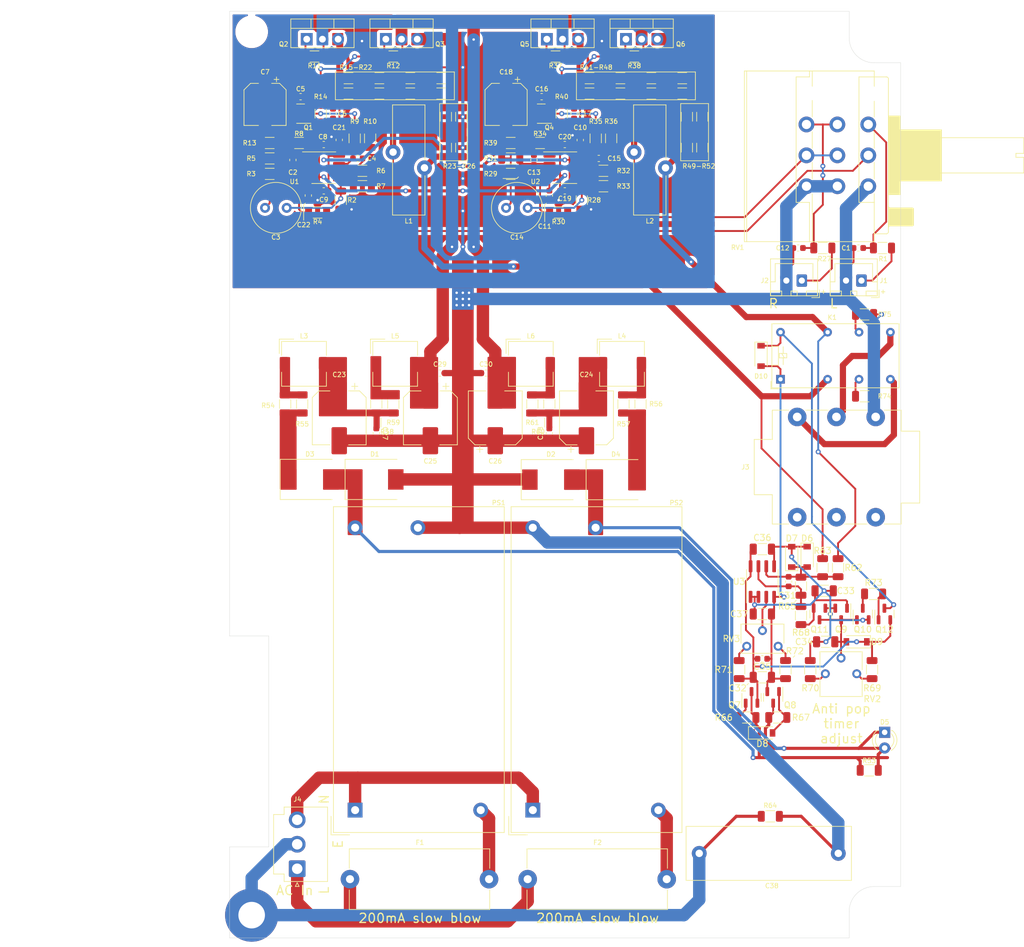
<source format=kicad_pcb>
(kicad_pcb (version 20211014) (generator pcbnew)
  (layers (0 "F.Cu" signal) (31 "B.Cu" signal) (34 "B.Paste" user) (35 "F.Paste" user) (36 "B.SilkS" user "B.Silkscreen") (37 "F.SilkS" user "F.Silkscreen") (38 "B.Mask" user) (39 "F.Mask" user) (44 "Edge.Cuts" user))
  (net 0 "")
  (net 1 "Net-(C4-Pad2)")
  (net 2 "Net-(C4-Pad1)")
  (net 3 "GND")
  (net 4 "Net-(C13-Pad1)")
  (net 5 "Net-(C1-Pad1)")
  (net 6 "Net-(Q2-Pad3)")
  (net 7 "Net-(Q3-Pad3)")
  (net 8 "Net-(Q5-Pad3)")
  (net 9 "Net-(Q6-Pad3)")
  (net 10 "Net-(C2-Pad1)")
  (net 11 "Net-(C3-Pad2)")
  (net 12 "Net-(C5-Pad1)")
  (net 13 "Net-(C5-Pad2)")
  (net 14 "Net-(C6-Pad2)")
  (net 15 "+15V")
  (net 16 "Net-(C12-Pad1)")
  (net 17 "Net-(C14-Pad2)")
  (net 18 "Net-(C15-Pad1)")
  (net 19 "Net-(C15-Pad2)")
  (net 20 "Net-(C16-Pad1)")
  (net 21 "Net-(C16-Pad2)")
  (net 22 "Net-(C17-Pad2)")
  (net 23 "Net-(C23-Pad1)")
  (net 24 "Net-(C24-Pad2)")
  (net 25 "Net-(J2-Pad1)")
  (net 26 "L_Out")
  (net 27 "Net-(C2-Pad2)")
  (net 28 "Net-(C13-Pad2)")
  (net 29 "Net-(R4-Pad2)")
  (net 30 "Net-(R15-Pad1)")
  (net 31 "Net-(R17-Pad1)")
  (net 32 "Net-(R23-Pad1)")
  (net 33 "Net-(R30-Pad2)")
  (net 34 "Net-(R41-Pad1)")
  (net 35 "Net-(R43-Pad1)")
  (net 36 "Net-(R49-Pad1)")
  (net 37 "GNDPWR")
  (net 38 "-15V")
  (net 39 "R_Out")
  (net 40 "Net-(D5-Pad2)")
  (net 41 "Net-(D3-Pad1)")
  (net 42 "Net-(L4-Pad2)")
  (net 43 "Net-(C31-Pad1)")
  (net 44 "VEE")
  (net 45 "Net-(C31-Pad2)")
  (net 46 "VCC")
  (net 47 "Net-(D4-Pad2)")
  (net 48 "Net-(R4-Pad1)")
  (net 49 "Net-(R30-Pad1)")
  (net 50 "Net-(F1-Pad1)")
  (net 51 "Net-(F1-Pad2)")
  (net 52 "Net-(L3-Pad1)")
  (net 53 "Net-(F2-Pad2)")
  (net 54 "+12V")
  (net 55 "Net-(D8-Pad1)")
  (net 56 "-12V")
  (net 57 "Net-(J3-PadT)")
  (net 58 "Net-(K1-Pad6)")
  (net 59 "Net-(J4-Pad3)")
  (net 60 "Net-(J1-Pad1)")
  (net 61 "Net-(K1-Pad11)")
  (net 62 "GND1")
  (net 63 "Net-(C34-Pad1)")
  (net 64 "Net-(D8-Pad2)")
  (net 65 "Net-(D10-Pad1)")
  (net 66 "Net-(C33-Pad1)")
  (net 67 "Net-(Q10-Pad3)")
  (net 68 "Net-(Q12-Pad1)")
  (net 69 "Net-(R69-Pad2)")
  (net 70 "Net-(R70-Pad1)")
  (net 71 "Net-(R71-Pad2)")
  (net 72 "Net-(R72-Pad1)")
  (net 73 "Net-(RV3-Pad2)")
  (net 74 "Net-(J3-PadR)")
  (net 75 "Net-(L2-Pad1)")
  (net 76 "Net-(L5-Pad1)")
  (net 77 "Net-(L6-Pad2)")
  (net 78 "Net-(L1-Pad1)")
  (footprint "MountingHole:MountingHole_4.3mm_M4" (layer "F.Cu") (at 129.832999 11.75 90)
    (fp_text reference "H3" hide)
    (fp_text value "MountingHole")
  )
  (footprint "MountingHole:MountingHole_4.3mm_M4" (layer "F.Cu") (at 129.833 154.75 90)
    (fp_text reference "H1" hide)
    (fp_text value "MountingHole")
  )
  (footprint "MountingHole:MountingHole_4.3mm_M4" (layer "F.Cu") (at 49.833 11.75 90)
    (fp_text reference "H2" hide)
    (fp_text value "MountingHole")
  )
  (footprint "MountingHole:MountingHole_4.3mm_M4_Pad" (layer "F.Cu") (at 49.833 154.75 90)
    (fp_text reference "H4" hide)
    (fp_text value "Earth")
  )
  (footprint "Package_TO_SOT_THT:TO-220-3_Vertical" (layer "F.Cu") (at 110.393 12.945)
    (fp_text reference "Q6")
    (fp_text value "MJE15033")
  )
  (footprint "Package_TO_SOT_THT:TO-220-3_Vertical" (layer "F.Cu") (at 71.543 12.945)
    (fp_text reference "Q3")
    (fp_text value "MJE15033")
  )
  (footprint "Package_TO_SOT_THT:TO-220-3_Vertical" (layer "F.Cu") (at 97.593 12.945)
    (fp_text reference "Q5")
    (fp_text value "MJE15032")
  )
  (footprint "X-Altra HPA1:ALPS_RK27112" (layer "F.Cu") (at 154.6 31.75 -90)
    (fp_text reference "RV1")
    (fp_text value "10k")
  )
  (footprint "Capacitor_SMD:CP_Elec_8x10.5" (layer "F.Cu") (at 78.75 74.25 -90)
    (fp_text reference "C25")
    (fp_text value "470u")
  )
  (footprint "Resistor_SMD:R_1206_3216Metric" (layer "F.Cu") (at 129.962209 122.75 180)
    (fp_text reference "R66")
    (fp_text value "4.7k")
  )
  (footprint "Diode_SMD:D_SOD-123" (layer "F.Cu") (at 137.212209 96.75 90)
    (fp_text reference "D7")
    (fp_text value "D")
  )
  (footprint "Capacitor_SMD:C_0603_1608Metric" (layer "F.Cu") (at 70 76.75 -90)
    (fp_text reference "C27")
    (fp_text value "1u")
  )
  (footprint "Resistor_SMD:R_1206_3216Metric" (layer "F.Cu") (at 114.5 19.25 180)
    (fp_text reference "R47" hide)
    (fp_text value "1")
  )
  (footprint "Capacitor_SMD:C_0603_1608Metric" (layer "F.Cu") (at 61.5 30 180)
    (fp_text reference "C8")
    (fp_text value "1u")
  )
  (footprint "Resistor_SMD:R_1206_3216Metric" (layer "F.Cu") (at 149.755 131.31)
    (fp_text reference "R53")
    (fp_text value "4.7k")
  )
  (footprint "Resistor_SMD:R_1206_3216Metric" (layer "F.Cu") (at 104.5 19.25 180)
    (fp_text reference "R41" hide)
    (fp_text value "1")
  )
  (footprint "Package_SO:SOIC-8_3.9x4.9mm_P1.27mm" (layer "F.Cu") (at 100.5 33.75)
    (fp_text reference "U2")
    (fp_text value "OPA1656")
  )
  (footprint "Resistor_SMD:R_1206_3216Metric" (layer "F.Cu") (at 75.5 19.25 180)
    (fp_text reference "R17" hide)
    (fp_text value "1")
  )
  (footprint "Resistor_SMD:R_1206_3216Metric" (layer "F.Cu") (at 96.5 29.75 180)
    (fp_text reference "R34")
    (fp_text value "2.2k")
  )
  (footprint "Capacitor_SMD:C_1206_3216Metric" (layer "F.Cu") (at 132.462209 116.25)
    (fp_text reference "C32")
    (fp_text value "47u")
  )
  (footprint "Connector_Audio:Jack_6.35mm_Neutrik_NMJ6HCD2_Horizontal" (layer "F.Cu") (at 138.1 74.1)
    (fp_text reference "J3")
    (fp_text value "HPOut")
  )
  (footprint "Resistor_SMD:R_1206_3216Metric" (layer "F.Cu") (at 70.5 19.25 180)
    (fp_text reference "R16" hide)
    (fp_text value "1")
  )
  (footprint "Capacitor_SMD:C_0603_1608Metric" (layer "F.Cu") (at 67 32.25)
    (fp_text reference "C4")
    (fp_text value "47p")
  )
  (footprint "Package_TO_SOT_SMD:SOT-23" (layer "F.Cu") (at 57.75 25 180)
    (fp_text reference "Q1")
    (fp_text value "BC850C")
  )
  (footprint "Capacitor_SMD:C_0603_1608Metric" (layer "F.Cu") (at 106 32.25)
    (fp_text reference "C15")
    (fp_text value "47p")
  )
  (footprint "Diode_SMD:D_SOD-123" (layer "F.Cu") (at 132.462209 125.25)
    (fp_text reference "D8")
    (fp_text value "24V")
  )
  (footprint "Resistor_SMD:R_1206_3216Metric" (layer "F.Cu") (at 66.5 29 90)
    (fp_text reference "R9")
    (fp_text value "120")
  )
  (footprint "Resistor_SMD:R_1206_3216Metric" (layer "F.Cu") (at 104.5 21.75 180)
    (fp_text reference "R45" hide)
    (fp_text value "1")
  )
  (footprint "Resistor_SMD:R_1206_3216Metric" (layer "F.Cu") (at 133.75 138.75 180)
    (fp_text reference "R64")
    (fp_text value "1M")
  )
  (footprint "Potentiometer_THT:Potentiometer_Bourns_3266W_Vertical" (layer "F.Cu") (at 129.937209 111.225 180)
    (fp_text reference "RV3")
    (fp_text value "1k")
  )
  (footprint "Resistor_SMD:R_1206_3216Metric" (layer "F.Cu") (at 72.75 15.75 180)
    (fp_text reference "R12")
    (fp_text value "4.7k")
  )
  (footprint "Capacitor_SMD:C_0603_1608Metric" (layer "F.Cu") (at 98 76.75 90)
    (fp_text reference "C28")
    (fp_text value "1u")
  )
  (footprint "Diode_SMD:D_SMC" (layer "F.Cu") (at 108.75 84.25)
    (fp_text reference "D4")
    (fp_text value "0.55Vf")
  )
  (footprint "Resistor_SMD:R_1206_3216Metric" (layer "F.Cu") (at 91.75 34.75)
    (fp_text reference "R29")
    (fp_text value "2.2k")
  )
  (footprint "Capacitor_SMD:C_0603_1608Metric" (layer "F.Cu") (at 132.462209 113.25)
    (fp_text reference "C35")
    (fp_text value "1u")
  )
  (footprint "Resistor_SMD:R_1206_3216Metric" (layer "F.Cu") (at 83.75 30.5 90)
    (fp_text reference "R26" hide)
    (fp_text value "3.3")
  )
  (footprint "Capacitor_SMD:C_0603_1608Metric" (layer "F.Cu") (at 136.712209 100.75 -90)
    (fp_text reference "C31")
    (fp_text value "1u")
  )
  (footprint "Capacitor_SMD:C_0603_1608Metric" (layer "F.Cu") (at 61.5 37.5 180)
    (fp_text reference "C9")
    (fp_text value "1u")
  )
  (footprint "Resistor_SMD:R_1206_3216Metric" (layer "F.Cu") (at 103.25 39 -90)
    (fp_text reference "R28")
    (fp_text value "12k")
  )
  (footprint "Capacitor_SMD:C_0603_1608Metric" (layer "F.Cu") (at 59 38.25 90)
    (fp_text reference "C22")
    (fp_text value "1u")
  )
  (footprint "Capacitor_SMD:C_0603_1608Metric" (layer "F.Cu") (at 100.5 30 180)
    (fp_text reference "C20")
    (fp_text value "1u")
  )
  (footprint "Resistor_SMD:R_1206_3216Metric" (layer "F.Cu") (at 106.75 36.75 180)
    (fp_text reference "R33")
    (fp_text value "2.2k")
  )
  (footprint "Converter_ACDC:Converter_ACDC_Recom_RAC20-xxSK_THT" (layer "F.Cu") (at 95.322648 137.75 90)
    (fp_text reference "PS2")
    (fp_text value "RAC10-18SK")
  )
  (footprint "Package_SO:SOIC-8_3.9x4.9mm_P1.27mm" (layer "F.Cu") (at 132.462209 100.75 90)
    (fp_text reference "U3")
    (fp_text value "TL072")
  )
  (footprint "Resistor_SMD:R_1206_3216Metric" (layer "F.Cu") (at 58 72 90)
    (fp_text reference "R55")
    (fp_text value "10")
  )
  (footprint "Capacitor_SMD:C_1206_3216Metric" (layer "F.Cu") (at 132.462209 95.5)
    (fp_text reference "C36")
    (fp_text value "47u")
  )
  (footprint "Resistor_SMD:R_1206_3216Metric" (layer "F.Cu") (at 55.25 72 90)
    (fp_text reference "R54")
    (fp_text value "10")
  )
  (footprint "Diode_SMD:D_SMC" (layer "F.Cu") (at 69.75 84.216451)
    (fp_text reference "D1")
    (fp_text value "18V")
  )
  (footprint "Resistor_SMD:R_1206_3216Metric" (layer "F.Cu") (at 142.212209 98.5 -90)
    (fp_text reference "R63")
    (fp_text value "10k")
  )
  (footprint "Resistor_SMD:R_1206_3216Metric" (layer "F.Cu") (at 100 25 -90)
    (fp_text reference "R40")
    (fp_text value "2.2k")
  )
  (footprint "Resistor_SMD:R_1206_3216Metric" (layer "F.Cu") (at 134.962209 122.75 180)
    (fp_text reference "R67")
    (fp_text value "4.7k")
  )
  (footprint "Capacitor_SMD:C_0603_1608Metric" (layer "F.Cu") (at 138.25 46.75 180)
    (fp_text reference "C12")
    (fp_text value "100p")
  )
  (footprint "Resistor_SMD:R_1206_3216Metric" (layer "F.Cu") (at 110 72 90)
    (fp_text reference "R57")
    (fp_text value "10")
  )
  (footprint "Resistor_SMD:R_1206_3216Metric" (layer "F.Cu") (at 114.5 21.75 180)
    (fp_text reference "R43" hide)
    (fp_text value "1")
  )
  (footprint "Resistor_SMD:R_1206_3216Metric" (layer "F.Cu") (at 120.25 30.5 90)
    (fp_text reference "R52" hide)
    (fp_text value "3.3")
  )
  (footprint "Package_TO_SOT_SMD:SOT-23" (layer "F.Cu") (at 148.712209 106 90)
    (fp_text reference "Q10")
    (fp_text value "AO3400A")
  )
  (footprint "Resistor_SMD:R_1206_3216Metric" (layer "F.Cu") (at 119.5 19.25 180)
    (fp_text reference "R44" hide)
    (fp_text value "1")
  )
  (footprint "Diode_SMD:D_SOD-123" (layer "F.Cu") (at 147.712209 110.5 180)
    (fp_text reference "D9")
    (fp_text value "D")
  )
  (footprint "Resistor_SMD:R_1206_3216Metric" (layer "F.Cu") (at 150.212209 115 -90)
    (fp_text reference "R69")
    (fp_text value "390k")
  )
  (footprint "Resistor_SMD:R_1206_3216Metric" (layer "F.Cu") (at 112.75 72 90)
    (fp_text reference "R56")
    (fp_text value "10")
  )
  (footprint "Capacitor_THT:C_Radial_D8.0mm_H11.5mm_P3.50mm" (layer "F.Cu") (at 52 40.25)
    (fp_text reference "C3")
    (fp_text value "22u")
  )
  (footprint "Resistor_SMD:R_1206_3216Metric" (layer "F.Cu") (at 67.75 36.75 180)
    (fp_text reference "R7")
    (fp_text value "2.2k")
  )
  (footprint "Resistor_SMD:R_1206_3216Metric" (layer "F.Cu") (at 61 25 -90)
    (fp_text reference "R14")
    (fp_text value "2.2k")
  )
  (footprint "Package_TO_SOT_THT:TO-220-3_Vertical" (layer "F.Cu") (at 58.743 12.945)
    (fp_text reference "Q2")
    (fp_text value "MJE15032")
  )
  (footprint "Resistor_SMD:R_1206_3216Metric" (layer "F.Cu") (at 99.5 41 180)
    (fp_text reference "R30")
    (fp_text value "120")
  )
  (footprint "Resistor_SMD:R_1206_3216Metric" (layer "F.Cu") (at 122.75 25.5 90)
    (fp_text reference "R49" hide)
    (fp_text value "3.3")
  )
  (footprint "Resistor_SMD:R_1206_3216Metric" (layer "F.Cu") (at 81.25 25.5 90)
    (fp_text reference "R23" hide)
    (fp_text value "3.3")
  )
  (footprint "Resistor_SMD:R_1206_3216Metric" (layer "F.Cu") (at 138.712209 101.5 -90)
    (fp_text reference "R65")
    (fp_text value "100k")
  )
  (footprint "Connector_JST:JST_XH_B2B-XH-A_1x02_P2.50mm_Vertical" (layer "F.Cu") (at 148.5 52.025 180)
    (fp_text reference "J1")
    (fp_text value "L_In")
  )
  (footprint "Resistor_SMD:R_1206_3216Metric" (layer "F.Cu") (at 69 29 -90)
    (fp_text reference "R10")
    (fp_text value "2.2k")
  )
  (footprint "Resistor_SMD:R_1206_3216Metric" (layer "F.Cu") (at 80.5 21.75 180)
    (fp_text reference "R22" hide)
    (fp_text value "1")
  )
  (footprint "Resistor_SMD:R_1206_3216Metric" (layer "F.Cu") (at 81.25 30.5 90)
    (fp_text reference "R25" hide)
    (fp_text value "3.3")
  )
  (footprint "Capacitor_SMD:C_0603_1608Metric" (layer "F.Cu") (at 148 46.75 180)
    (fp_text reference "C1")
    (fp_text value "100p")
  )
  (footprint "Diode_SMD:D_SMC" (layer "F.Cu") (at 98.25 84.25)
    (fp_text reference "D2")
    (fp_text value "18V")
  )
  (footprint "Package_TO_SOT_SMD:SOT-23" (layer "F.Cu") (at 145.212209 106 -90)
    (fp_text reference "Q9")
    (fp_text value "BC850C")
  )
  (footprint "Resistor_SMD:R_1206_3216Metric" (layer "F.Cu") (at 65.5 19.25 180)
    (fp_text reference "R15" hide)
    (fp_text value "1")
  )
  (footprint "Resistor_SMD:R_1206_3216Metric" (layer "F.Cu") (at 142.243077 46.75 180)
    (fp_text reference "R27")
    (fp_text value "2.2k")
  )
  (footprint "Resistor_SMD:R_1206_3216Metric" (layer "F.Cu") (at 144.712209 98.5 -90)
    (fp_text reference "R62")
    (fp_text value "10k")
  )
  (footprint "Inductor_SMD:L_TDK_SLF7032" (layer "F.Cu") (at 58.300445 65.5)
    (fp_text reference "L3")
    (fp_text value "100u")
  )
  (footprint "Capacitor_SMD:CP_Elec_8x10.5" (layer "F.Cu") (at 89.25 74.25 90)
    (fp_text reference "C26")
    (fp_text value "470u")
  )
  (footprint "Capacitor_SMD:C_0603_1608Metric" (layer "F.Cu") (at 95.5 32.5 90)
    (fp_text reference "C13")
    (fp_text value "47p")
  )
  (footprint "Resistor_SMD:R_1206_3216Metric" (layer "F.Cu") (at 72.75 72 90)
    (fp_text reference "R59")
    (fp_text value "10")
  )
  (footprint "Capacitor_SMD:C_0603_1608Metric" (layer "F.Cu") (at 103 29.275 90)
    (fp_text reference "C10")
    (fp_text value "1u")
  )
  (footprint "Capacitor_SMD:C_0603_1608Metric" (layer "F.Cu") (at 100.5 37.5 180)
    (fp_text reference "C19")
    (fp_text value "1u")
  )
  (footprint "Resistor_SMD:R_1206_3216Metric" (layer "F.Cu") (at 140.212209 115 90)
    (fp_text reference "R70")
    (fp_text value "390k")
  )
  (footprint "Resistor_SMD:R_1206_3216Metric" (layer "F.Cu") (at 67.75 34.25 180)
    (fp_text reference "R6")
    (fp_text value "2.2k")
  )
  (footprint "Capacitor_SMD:C_0603_1608Metric" (layer "F.Cu") (at 98 38.25 90)
    (fp_text reference "C11")
    (fp_text value "1u")
  )
  (footprint "Converter_ACDC:Converter_ACDC_Recom_RAC20-xxSK_THT" (layer "F.Cu") (at 66.572648 137.75 90)
    (fp_text reference "PS1")
    (fp_text value "RAC10-18SK")
  )
  (footprint "Diode_SMD:D_SOD-123" (layer "F.Cu") (at 132.25 64.224663 -90)
    (fp_text reference "D10")
    (fp_text value "D")
  )
  (footprint "Resistor_SMD:R_1206_3216Metric" (layer "F.Cu") (at 109.5 21.75 180)
    (fp_text reference "R46" hide)
    (fp_text value "1")
  )
  (footprint "Capacitor_THT:C_Rect_L26.5mm_W8.5mm_P22.50mm_MKS4" (layer "F.Cu") (at 122.25 144.75)
    (fp_text reference "C38")
    (fp_text value "100n")
  )
  (footprint "Package_TO_SOT_SMD:SOT-23" (layer "F.Cu") (at 152.212209 106 90)
    (fp_text reference "Q12")
    (fp_text value "BC860C")
  )
  (footprint "Relay_THT:Relay_DPDT_Omron_G5V-2" (layer "F.Cu") (at 135.4 68 90)
    (fp_text reference "K1")
    (fp_text value "C93402")
  )
  (footprint "Package_TO_SOT_SMD:SOT-23" (layer "F.Cu") (at 96.6875 25 180)
    (fp_text reference "Q4")
    (fp_text value "BC850C")
  )
  (footprint "Capacitor_SMD:C_0603_1608Metric" (layer "F.Cu") (at 80.300445 67)
    (fp_text reference "C29")
    (fp_text value "1u")
  )
  (footprint "Resistor_SMD:R_1206_3216Metric" (layer "F.Cu") (at 60 15.75)
    (fp_text reference "R11")
    (fp_text value "4.7k")
  )
  (footprint "Resistor_SMD:R_1206_3216Metric" (layer "F.Cu") (at 60.5 41 180)
    (fp_text reference "R4")
    (fp_text value "120")
  )
  (footprint "Resistor_SMD:R_1206_3216Metric" (layer "F.Cu") (at 149 57.5 180)
    (fp_text reference "R75")
    (fp_text value "1k")
  )
  (footprint "Resistor_SMD:R_1206_3216Metric" (layer "F.Cu") (at 91.75 32.25 180)
    (fp_text reference "R31")
    (fp_text value "4.7k")
  )
  (footprint "Capacitor_SMD:C_1206_3216Metric" (layer "F.Cu") (at 142.462209 102.25)
    (fp_text reference "C33")
    (fp_text value "47u")
  )
  (footprint "X-Altra HPA1:L_Toroid_D15mm_W4mm" (layer "F.Cu") (at 114.25 32.5 -90)
    (fp_text reference "L2")
    (fp_text value "0.8 - 1u 20 - 50mR")
  )
  (footprint "Capacitor_SMD:C_0603_1608Metric" (layer "F.Cu") (at 102 25 -90)
    (fp_text reference "C17")
    (fp_text value "10u")
  )
  (footprint "Resistor_SMD:R_1206_3216Metric" (layer "F.Cu") (at 91.75 29.75)
    (fp_text reference "R39")
    (fp_text value "560")
  )
  (footprint "Capacitor_SMD:C_0603_1608Metric" (layer "F.Cu") (at 63 25 -90)
    (fp_text reference "C6")
    (fp_text value "10u")
  )
  (footprint "Resistor_SMD:R_1206_3216Metric" (layer "F.Cu") (at 52.75 32.25 180)
    (fp_text reference "R5")
    (fp_text value "4.7k")
  )
  (footprint "Capacitor_SMD:C_0603_1608Metric" (layer "F.Cu") (at 87.75 67)
    (fp_text reference "C30")
    (fp_text value "1u")
  )
  (footprint "Resistor_SMD:R_1206_3216Metric" (layer "F.Cu") (at 70 72 90)
    (fp_text reference "R58")
    (fp_text value "10")
  )
  (footprint "Inductor_SMD:L_TDK_SLF7032" (layer "F.Cu") (at 95 65.5)
    (fp_text reference "L6")
    (fp_text value "100u")
  )
  (footprint "Resistor_SMD:R_1206_3216Metric" (layer "F.Cu") (at 108 29 -90)
    (fp_text reference "R36")
    (fp_text value "2.2k")
  )
  (footprint "Capacitor_SMD:CP_Elec_6.3x7.7" (layer "F.Cu") (at 91 23.5 -90)
    (fp_text reference "C18")
    (fp_text value "220u")
  )
  (footprint "Fuse:Fuseholder_Cylinder-5x20mm_Schurter_0031_8201_Horizontal_Open" (layer "F.Cu") (at 65.740148 148.926049)
    (fp_text reference "F1")
    (fp_text value "200mA")
  )
  (footprint "Diode_SMD:D_SOD-123" (layer "F.Cu") (at 139.712209 96.75 -90)
    (fp_text reference "D6")
    (fp_text value "D")
  )
  (footprint "Capacitor_SMD:CP_Elec_8x10.5" (layer "F.Cu") (at 104 74.25 90)
    (fp_text reference "C24")
    (fp_text value "470u")
  )
  (footprint "Connector_JST:JST_VH_B3P-VH_1x03_P3.96mm_Vertical" (layer "F.Cu") (at 57.2 147.2375 90)
    (fp_text reference "J4")
    (fp_text value "AC_In")
  )
  (footprint "Potentiometer_THT:Potentiometer_Vishay_T73YP_Vertical" (layer "F.Cu") (at 147.737209 115.675 90)
    (fp_text reference "RV2")
    (fp_text value "500k")
  )
  (footprint "Resistor_SMD:R_1206_3216Metric" (layer "F.Cu") (at 80.5 19.25 180)
    (fp_text reference "R18" hide)
    (fp_text value "1")
  )
  (footprint "Capacitor_THT:C_Radial_D8.0mm_H11.5mm_P3.50mm" (layer "F.Cu") (at 91 40.25)
    (fp_text reference "C14")
    (fp_text value "22u")
  )
  (footprint "Connector_JST:JST_XH_B2B-XH-A_1x02_P2.50mm_Vertical" (layer "F.Cu") (at 138.845 52.025 180)
    (fp_text reference "J2")
    (fp_text value "L_In")
  )
  (footprint "Resistor_SMD:R_1206_3216Metric" (layer "F.Cu") (at 149 70.75 180)
    (fp_text reference "R74")
    (fp_text value "1k")
  )
  (footprint "Resistor_SMD:R_1206_3216Metric" (layer "F.Cu") (at 70.5 21.75 180)
    (fp_text reference "R20" hide)
    (fp_text value "1")
  )
  (footprint "Resistor_SMD:R_1206_3216Metric" (layer "F.Cu") (at 128.712209 115 90)
    (fp_text reference "R71")
    (fp_text value "10k")
  )
  (footprint "Fuse:Fuseholder_Cylinder-5x20mm_Schurter_0031_8201_Horizontal_Open" (layer "F.Cu") (at 94.490148 148.926049)
    (fp_text reference "F2")
    (fp_text value "200mA")
  )
  (footprint "Capacitor_SMD:CP_Elec_8x10.5" (layer "F.Cu") (at 64 74.25 -90)
    (fp_text reference "C23")
    (fp_text value "470u")
  )
  (footprint "Resistor_SMD:R_1206_3216Metric" (layer "F.Cu") (at 99 15.75)
    (fp_text reference "R37")
    (fp_text value "4.7k")
  )
  (footprint "Resistor_SMD:R_1206_3216Metric" (layer "F.Cu") (at 151.898077 46.75 180)
    (fp_text reference "R1")
    (fp_text value "2.2k")
  )
  (footprint "Capacitor_SMD:C_0603_1608Metric" (layer "F.Cu") (at 57.75 22.25)
    (fp_text reference "C5")
    (fp_text value "10u")
  )
  (footprint "Capacitor_SMD:C_0603_1608Metric" (layer "F.Cu") (at 96.75 22.25)
    (fp_text reference "C16")
    (fp_text value "10u")
  )
  (footprint "Resistor_SMD:R_1206_3216Metric" (layer "F.Cu") (at 136.212209 115 -90)
    (fp_text reference "R72")
    (fp_text value "10k")
  )
  (footprint "LED_THT:LED_D3.0mm" (layer "F.Cu") (at 152.25 125.15 -90)
    (fp_text reference "D5")
    (fp_text value "LED")
  )
  (footprint "Package_TO_SOT_SMD:SOT-23" (layer "F.Cu") (at 141.712209 106 -90)
    (fp_text reference "Q11")
    (fp_text value "BC850C")
  )
  (footprint "Inductor_SMD:L_TDK_SLF7032" (layer "F.Cu") (at 109.75 65.5)
    (fp_text reference "L4")
    (fp_text value "100u")
  )
  (footprint "Package_SO:SOIC-8_3.9x4.9mm_P1.27mm" (layer "F.Cu") (at 61.5 33.75)
    (fp_text reference "U1")
    (fp_text value "OPA1656")
  )
  (footprint "Package_TO_SOT_SMD:SOT-23" (layer "F.Cu") (at 130.712209 119.5 90)
    (fp_text reference "Q7")
    (fp_text value "BC850C")
  )
  (footprint "Resistor_SMD:R_1206_3216Metric" (layer "F.Cu") (at 120.25 25.5 90)
    (fp_text reference "R50" hide)
    (fp_text value "3.3")
  )
  (footprint "Resistor_SMD:R_1206_3216Metric" (layer "F.Cu") (at 52.75 34.75)
    (fp_text reference "R3")
    (fp_text value "2.2k")
  )
  (footprint "Resistor_SMD:R_1206_3216Metric" (layer "F.Cu") (at 122.75 30.5 90)
    (fp_text reference "R51" hide)
    (fp_text value "3.3")
  )
  (footprint "Capacitor_SMD:CP_Elec_6.3x7.7" (layer "F.Cu") (at 52 23.5 -90)
    (fp_text reference "C7")
    (fp_text value "220u")
  )
  (footprint "Inductor_SMD:L_TDK_SLF7032" (layer "F.Cu") (at 73.050445 65.5)
    (fp_text reference "L5")
    (fp_text value "100u")
  )
  (footprint "Capacitor_SMD:C_1206_3216Metric" (layer "F.Cu") (at 132.462209 106)
    (fp_text reference "C37")
    (fp_text value "47u")
  )
  (footprint "Resistor_SMD:R_1206_3216Metric" (layer "F.Cu") (at 65.5 21.75 180)
    (fp_text reference "R19" hide)
    (fp_text value "1")
  )
  (footprint "Resistor_SMD:R_1206_3216Metric" (layer "F.Cu") (at 150.462209 102.75)
    (fp_text reference "R73")
    (fp_text value "4.7k")
  )
  (footprint "Resistor_SMD:R_1206_3216Metric" (layer "F.Cu") (at 64.25 39 -90)
    (fp_text reference "R2")
    (fp_text value "12k")
  )
  (footprint "Package_TO_SOT_SMD:SOT-23" (layer "F.Cu") (at 134.212209 119.5 -90)
    (fp_text reference "Q8")
    (fp_text value "BC860C")
  )
  (footprint "Capacitor_SMD:C_1206_3216Metric" (layer "F.Cu") (at 142.712209 110.5 180)
    (fp_text reference "C34")
    (fp_text value "47u")
  )
  (footprint "Capacitor_SMD:C_0603_1608Metric" (layer "F.Cu") (at 56.5 32.5 90)
    (fp_text reference "C2")
    (fp_text value "47p")
  )
  (footprint "Resistor_SMD:R_1206_3216Metric" (layer "F.Cu") (at 105.5 29 90)
    (fp_text reference "R35")
    (fp_text value "120")
  )
  (footprint "Resistor_SMD:R_1206_3216Metric" (layer "F.Cu") (at 98 72 90)
    (fp_text reference "R60")
    (fp_text value "10")
  )
  (footprint "Resistor_SMD:R_1206_3216Metric" (layer "F.Cu") (at 138.712209 106.25 -90)
    (fp_text reference "R68")
    (fp_text value "1k")
  )
  (footprint "Diode_SMD:D_SMC" (layer "F.Cu") (at 59.25 84.216451)
    (fp_text reference "D3")
    (fp_text value "0.55Vf")
  )
  (footprint "Resistor_SMD:R_1206_3216Metric" (layer "F.Cu") (at 83.75 25.5 90)
    (fp_text reference "R24" hide)
    (fp_text value "3.3")
  )
  (footprint "Capacitor_SMD:C_0603_1608Metric" (layer "F.Cu") (at 64 29.25 90)
    (fp_text reference "C21")
    (fp_text value "1u")
  )
  (footprint "Resistor_SMD:R_1206_3216Metric" (layer "F.Cu") (at 57.5 29.75 180)
    (fp_text reference "R8")
    (fp_text value "2.2k")
  )
  (footprint "Resistor_SMD:R_1206_3216Metric" (layer "F.Cu") (at 75.5 21.75 180)
    (fp_text reference "R21" hide)
    (fp_text value "1")
  )
  (footprint "Resistor_SMD:R_1206_3216Metric" (layer "F.Cu") (at 109.5 19.25 180)
    (fp_text reference "R42" hide)
    (fp_text value "1")
  )
  (footprint "Resistor_SMD:R_1206_3216Metric" (layer "F.Cu") (at 95.25 72 90)
    (fp_text reference "R61")
    (fp_text value "10")
  )
  (footprint "Resistor_SMD:R_1206_3216Metric" (layer "F.Cu") (at 52.75 29.75)
    (fp_text reference "R13")
    (fp_text value "560")
  )
  (footprint "Resistor_SMD:R_1206_3216Metric" (layer "F.Cu") (at 106.75 34.25 180)
    (fp_text reference "R32")
    (fp_text value "2.2k")
  )
  (footprint "Resistor_SMD:R_1206_3216Metric" (layer "F.Cu") (at 111.75 15.75 180)
    (fp_text reference "R38")
    (fp_text value "4.7k")
  )
  (footprint "X-Altra HPA1:L_Toroid_D15mm_W4mm" (layer "F.Cu") (at 75.25 32.5 -90)
    (fp_text reference "L1")
    (fp_text value "0.8 - 1u 20 - 50mR")
  )
  (footprint "Resistor_SMD:R_1206_3216Metric" (layer "F.Cu") (at 119.5 21.75 180)
    (fp_text reference "R48" hide)
    (fp_text value "1")
  )
  (gr_line (start 130.212209 117.25) (end 129.962209 117.5) (layer "F.SilkS") (width 0.12))
  (gr_line (start 80.25 23.38) (end 80.25 32.575) (layer "F.SilkS") (width 0.12))
  (gr_line (start 137.962209 103.75) (end 137.712209 104) (layer "F.SilkS") (width 0.12))
  (gr_line (start 102.375 22.75) (end 102.375 18.25) (layer "F.SilkS") (width 0.12))
  (gr_line (start 63.375 18.25) (end 82.625 18.25) (layer "F.SilkS") (width 0.12))
  (gr_line (start 82.625 18.25) (end 82.625 22.75) (layer "F.SilkS") (width 0.12))
  (gr_line (start 119.25 23.375) (end 119.25 32.625) (layer "F.SilkS") (width 0.12))
  (gr_line (start 119.25 32.625) (end 123.75 32.625) (layer "F.SilkS") (width 0.12))
  (gr_line (start 84.75 32.625) (end 84.75 23.38) (layer "F.SilkS") (width 0.12))
  (gr_line (start 97.25 42.5) (end 97.25 39.75) (layer "F.SilkS") (width 0.12))
  (gr_line (start 82.625 22.75) (end 63.375 22.75) (layer "F.SilkS") (width 0.12))
  (gr_line (start 123.75 23.375) (end 119.25 23.375) (layer "F.SilkS") (width 0.12))
  (gr_line (start 97.25 75.75) (end 97.25 74.25) (layer "F.SilkS") (width 0.12))
  (gr_line (start 90.5 35.5) (end 92.75 35.5) (layer "F.SilkS") (width 0.12))
  (gr_line (start 121.625 18.25) (end 121.625 22.75) (layer "F.SilkS") (width 0.12))
  (gr_line (start 58.25 42.25) (end 58.25 39.75) (layer "F.SilkS") (width 0.12))
  (gr_line (start 97.25 39.75) (end 97.5 39.5) (layer "F.SilkS") (width 0.12))
  (gr_line (start 137.712209 112.75) (end 137.462209 113) (layer "F.SilkS") (width 0.12))
  (gr_line (start 84.75 23.38) (end 80.25 23.38) (layer "F.SilkS") (width 0.12))
  (gr_line (start 121.625 22.75) (end 102.375 22.75) (layer "F.SilkS") (width 0.12))
  (gr_line (start 92.75 35.5) (end 93 35.25) (layer "F.SilkS") (width 0.12))
  (gr_line (start 70.75 75.75) (end 70.75 74.25) (layer "F.SilkS") (width 0.12))
  (gr_line (start 63.375 22.75) (end 63.375 18.25) (layer "F.SilkS") (width 0.12))
  (gr_line (start 102.375 18.25) (end 121.625 18.25) (layer "F.SilkS") (width 0.12))
  (gr_line (start 80.25 32.625) (end 84.75 32.625) (layer "F.SilkS") (width 0.12))
  (gr_line (start 58.25 39.75) (end 58.5 39.5) (layer "F.SilkS") (width 0.12))
  (gr_line (start 123.75 32.625) (end 123.75 23.375) (layer "F.SilkS") (width 0.12))
  (gr_line (start 146.506481 8.442192) (end 46.252812 8.442192) (layer "Edge.Cuts") (width 0.05))
  (gr_line (start 146.50648 12.705192) (end 146.506481 8.442192) (layer "Edge.Cuts") (width 0.05))
  (gr_arc (start 146.50648 154.179672) (mid 147.696798 151.30599) (end 150.57048 150.115672) (layer "Edge.Cuts") (width 0.05))
  (gr_arc (start 150.57048 16.769192) (mid 147.696798 15.578874) (end 146.50648 12.705192) (layer "Edge.Cuts") (width 0.05))
  (gr_line (start 46.252812 158.442192) (end 146.50648 158.442192) (layer "Edge.Cuts") (width 0.05))
  (gr_line (start 46.252812 109.567129) (end 52.598021 109.567129) (layer "Edge.Cuts") (width 0.05))
  (gr_line (start 46.252812 143.71495) (end 46.252812 158.442192) (layer "Edge.Cuts") (width 0.05))
  (gr_line (start 52.598021 143.71495) (end 46.252812 143.71495) (layer "Edge.Cuts") (width 0.05))
  (gr_line (start 52.598021 109.567129) (end 52.598021 143.71495) (layer "Edge.Cuts") (width 0.05))
  (gr_line (start 154.833 16.769192) (end 150.57048 16.769192) (layer "Edge.Cuts") (width 0.05))
  (gr_line (start 146.50648 154.179672) (end 146.50648 158.442192) (layer "Edge.Cuts") (width 0.05))
  (gr_line (start 150.57048 150.115672) (end 154.832999 150.115672) (layer "Edge.Cuts") (width 0.05))
  (gr_line (start 46.252812 8.442192) (end 46.252812 109.567129) (layer "Edge.Cuts") (width 0.05))
  (gr_line (start 154.832999 150.115672) (end 154.832999 16.769192) (layer "Edge.Cuts") (width 0.05))
  (gr_text "R49-R52" (at 122.183 33.5) (layer "F.SilkS") (effects (font (size 0.75 0.75) (thickness 0.125))))
  (gr_text "AC In" (at 56.800445 150.75) (layer "F.SilkS") (effects (font (size 1.5 1.5) (thickness 0.2))))
  (gr_text "R" (at 134.25 55.75) (layer "F.SilkS") (effects (font (size 1.5 1.5) (thickness 0.2))))
  (gr_text "+" (at 152 53.775) (layer "F.SilkS") (effects (font (size 0.75 0.75) (thickness 0.125))))
  (gr_text "R41-R48\n" (at 105.566 17.5) (layer "F.SilkS") (effects (font (size 0.75 0.75) (thickness 0.125))))
  (gr_text "Anti pop\ntimer\nadjust" (at 145.25 123.75) (layer "F.SilkS") (effects (font (size 1.5 1.5) (thickness 0.2))))
  (gr_text "200mA slow blow" (at 77.050445 155.25) (layer "F.SilkS") (effects (font (size 1.5 1.5) (thickness 0.2))))
  (gr_text "+" (at 142.345 53.775) (layer "F.SilkS") (effects (font (size 0.75 0.75) (thickness 0.125))))
  (gr_text "L" (at 61.550445 150.75 90) (layer "F.SilkS") (effects (font (size 1.5 1.5) (thickness 0.2))))
  (gr_text "R23-R26" (at 83.433 33.5) (layer "F.SilkS") (effects (font (size 0.75 0.75) (thickness 0.125))))
  (gr_text "200mA slow blow" (at 105.800445 155.25) (layer "F.SilkS") (effects (font (size 1.5 1.5) (thickness 0.2))))
  (gr_text "L" (at 144 55.75) (layer "F.SilkS") (effects (font (size 1.5 1.5) (thickness 0.2))))
  (gr_text "N" (at 61.550445 136 90) (layer "F.SilkS") (effects (font (size 1.5 1.5) (thickness 0.2))))
  (gr_text "R15-R22\n" (at 66.683 17.5) (layer "F.SilkS") (effects (font (size 0.75 0.75) (thickness 0.125))))
  (gr_text "E" (at 63.800445 143.25 90) (layer "F.SilkS") (effects (font (size 1.5 1.5) (thickness 0.2))))
  (segment (start 63.975 34.385) (end 66.21 34.385) (width 0.3) (layer "F.Cu") (net 1))
  (segment (start 67.775 32.7625) (end 66.2875 34.25) (width 0.3) (layer "F.Cu") (net 1))
  (segment (start 67.775 32.25) (end 67.775 32.7625) (width 0.3) (layer "F.Cu") (net 1))
  (segment (start 66.2875 34.25) (end 66.2875 36.75) (width 0.3) (layer "F.Cu") (net 1))
  (segment (start 63.975 33.115) (end 65.36 33.115) (width 0.3) (layer "F.Cu") (net 2))
  (segment (start 65.36 33.115) (end 66.225 32.25) (width 0.3) (layer "F.Cu") (net 2))
  (segment (start 66.225 32.25) (end 66.225 30.7375) (width 0.3) (layer "F.Cu") (net 2))
  (segment (start 66.5 30.4625) (end 68.75 30.4625) (width 0.3) (layer "F.Cu") (net 2))
  (segment (start 135.2125 138.75) (end 138.75 138.75) (width 0.5) (layer "F.Cu") (net 3))
  (segment (start 83.716451 84.216451) (end 73.14522 84.216451) (width 2) (layer "F.Cu") (net 3))
  (segment (start 138.75 138.75) (end 144.75 144.75) (width 0.5) (layer "F.Cu") (net 3))
  (segment (start 137.475 46.75) (end 137.475 49.275) (width 0.3) (layer "F.Cu") (net 3))
  (segment (start 103.25 40.4625) (end 104.7125 40.4625) (width 0.3) (layer "F.Cu") (net 3))
  (segment (start 64.25 40.4625) (end 65.9625 40.4625) (width 0.3) (layer "F.Cu") (net 3))
  (segment (start 147.225 49.025) (end 146 50.25) (width 0.3) (layer "F.Cu") (net 3))
  (segment (start 136.345 51.525) (end 136.345 50.405) (width 0.3) (layer "F.Cu") (net 3))
  (segment (start 63.025 28.475) (end 62.75 28.75) (width 0.3) (layer "F.Cu") (net 3))
  (segment (start 84 67) (end 86.975 67) (width 1) (layer "F.Cu") (net 3))
  (segment (start 83.966451 91.533549) (end 83.47 92.03) (width 2) (layer "F.Cu") (net 3))
  (segment (start 99.475 39.025) (end 99.5 39) (width 0.3) (layer "F.Cu") (net 3))
  (segment (start 60.475 39.025) (end 60.5 39) (width 0.3) (layer "F.Cu") (net 3))
  (segment (start 137.475 49.275) (end 136.345 50.405) (width 0.3) (layer "F.Cu") (net 3))
  (segment (start 76.732648 92.03) (end 83.47 92.03) (width 2) (layer "F.Cu") (net 3))
  (segment (start 84.05 77.95) (end 63.949555 77.95) (width 2) (layer "F.Cu") (net 3))
  (segment (start 81.025 67) (end 84 67) (width 1) (layer "F.Cu") (net 3))
  (segment (start 64 28.475) (end 63.025 28.475) (width 0.3) (layer "F.Cu") (net 3))
  (segment (start 103 28.5) (end 101.75 28.5) (width 0.3) (layer "F.Cu") (net 3))
  (segment (start 150.4625 70.75) (end 150.4625 73.764501) (width 0.3) (layer "F.Cu") (net 3))
  (segment (start 65.9625 40.4625) (end 66 40.5) (width 0.3) (layer "F.Cu") (net 3))
  (segment (start 83.966451 84.216451) (end 83.966451 91.533549) (width 2) (layer "F.Cu") (net 3))
  (segment (start 83.47 92.03) (end 95.322648 92.03) (width 2) (layer "F.Cu") (net 3))
  (segment (start 98 39.025) (end 99.475 39.025) (width 0.3) (layer "F.Cu") (net 3))
  (segment (start 94.84522 84.216451) (end 83.966451 84.216451) (width 2) (layer "F.Cu") (net 3))
  (segment (start 59 39.025) (end 60.475 39.025) (width 0.3) (layer "F.Cu") (net 3))
  (segment (start 104 77.95) (end 84.05 77.95) (width 2) (layer "F.Cu") (net 3))
  (segment (start 104.7125 40.4625) (end 104.75 40.5) (width 0.3) (layer "F.Cu") (net 3))
  (segment (start 146 52.025) (end 146 50.25) (width 0.3) (layer "F.Cu") (net 3))
  (segment (start 150.4625 57.5) (end 151.75 57.5) (width 0.3) (layer "F.Cu") (net 3))
  (segment (start 147.225 46.75) (end 147.225 49.025) (width 0.3) (layer "F.Cu") (net 3))
  (via (at 104.75 40.5) (size 0.8) (drill 0.4) (layers "F.Cu" "B.Cu") (net 3))
  (via (at 84.013 46.56) (size 0.8) (drill 0.4) (layers "F.Cu" "B.Cu") (net 3))
  (via (at 83 54) (size 0.8) (drill 0.4) (layers "F.Cu" "B.Cu") (net 3))
  (via (at 84 25.5) (size 0.8) (drill 0.4) (layers "F.Cu" "B.Cu") (net 3))
  (via (at 101.75 28.5) (size 0.8) (drill 0.4) (layers "F.Cu" "B.Cu") (net 3))
  (via (at 85 55) (size 0.8) (drill 0.4) (layers "F.Cu" "B.Cu") (net 3))
  (via (at 84 56) (size 0.8) (drill 0.4) (layers "F.Cu" "B.Cu") (net 3))
  (via (at 84 35.5) (size 0.8) (drill 0.4) (layers "F.Cu" "B.Cu") (net 3))
  (via (at 84 54) (size 0.8) (drill 0.4) (layers "F.Cu" "B.Cu") (net 3))
  (via (at 83 56) (size 0.8) (drill 0.4) (layers "F.Cu" "B.Cu") (net 3))
  (via (at 62.75 28.75) (size 0.8) (drill 0.4) (layers "F.Cu" "B.Cu") (net 3))
  (via (at 60.5 39) (size 0.8) (drill 0.4) (layers "F.Cu" "B.Cu") (net 3))
  (via (at 84 40.75) (size 0.8) (drill 0.4) (layers "F.Cu" "B.Cu") (net 3))
  (via (at 106.5 13.25) (size 0.8) (drill 0.4) (layers "F.Cu" "B.Cu") (net 3))
  (via (at 85 56) (size 0.8) (drill 0.4) (layers "F.Cu" "B.Cu") (net 3))
  (via (at 84 55) (size 0.8) (drill 0.4) (layers "F.Cu" "B.Cu") (net 3))
  (via (at 85 54) (size 0.8) (drill 0.4) (layers "F.Cu" "B.Cu") (net 3))
  (via (at 84 30.5) (size 0.8) (drill 0.4) (layers "F.Cu" "B.Cu") (net 3))
  (via (at 66 40.5) (size 0.8) (drill 0.4) (layers "F.Cu" "B.Cu") (net 3))
  (via (at 99.5 39) (size 0.8) (drill 0.4) (layers "F.Cu" "B.Cu") (net 3))
  (via (at 84 17.5) (size 0.8) (drill 0.4) (layers "F.Cu" "B.Cu") (net 3))
  (via (at 83 55) (size 0.8) (drill 0.4) (layers "F.Cu" "B.Cu") (net 3))
  (via (at 67.683 13.25) (size 0.8) (drill 0.4) (layers "F.Cu" "B.Cu") (net 3))
  (via (at 151.75 57.5) (size 0.8) (drill 0.4) (layers "F.Cu" "B.Cu") (net 3))
  (segment (start 146 51.525) (end 146 54.5) (width 2) (layer "B.Cu") (net 3))
  (segment (start 146 51.525) (end 146 40.356672) (width 2) (layer "B.Cu") (net 3))
  (segment (start 146 54.5) (end 150.515 59.015) (width 2) (layer "B.Cu") (net 3))
  (segment (start 119.379581 94.429511) (end 126.05655 101.10648) (width 2) (layer "B.Cu") (net 3))
  (segment (start 136.345 51.525) (end 136.345 40.011672) (width 2) (layer "B.Cu") (net 3))
  (segment (start 144.75 139.787791) (end 144.75 144.75) (width 2) (layer "B.Cu") (net 3))
  (segment (start 95.322648 92.03) (end 97.722159 94.429511) (width 2) (layer "B.Cu") (net 3))
  (segment (start 126.05655 101.10648) (end 126.05655 121.09434) (width 2) (layer "B.Cu") (net 3))
  (segment (start 136.345 40.011672) (end 139.60148 36.755192) (width 2) (layer "B.Cu") (net 3))
  (segment (start 126.05655 121.09434) (end 126.731104 121.768896) (width 2) (layer "B.Cu") (net 3))
  (segment (start 136.345 54.345) (end 136.5 54.5) (width 2) (layer "B.Cu") (net 3))
  (segment (start 126.731104 121.768896) (end 144.75 139.787791) (width 2) (layer "B.Cu") (net 3))
  (segment (start 146 40.356672) (end 149.60148 36.755192) (width 2) (layer "B.Cu") (net 3))
  (segment (start 144.60148 36.755192) (end 139.60148 36.755192) (width 2) (layer "B.Cu") (net 3))
  (segment (start 83.5 55) (end 146.5 55) (width 2) (layer "B.Cu") (net 3))
  (segment (start 151.75 57.5) (end 150.515 58.735) (width 0.3) (layer "B.Cu") (net 3))
  (segment (start 150.515 58.735) (end 150.515 59.015) (width 0.3) (layer "B.Cu") (net 3))
  (segment (start 150.515 74.135) (end 150.515 59.015) (width 2) (layer "B.Cu") (net 3))
  (segment (start 97.722159 94.429511) (end 119.379581 94.429511) (width 2) (layer "B.Cu") (net 3))
  (segment (start 136.345 51.525) (end 136.345 54.345) (width 2) (layer "B.Cu") (net 3))
  (segment (start 98.025 33.115) (end 95.385 33.115) (width 0.3) (layer "F.Cu") (net 4))
  (segment (start 93.2125 32.25) (end 93.2125 33.2875) (width 0.3) (layer "F.Cu") (net 4))
  (segment (start 93.385 33.115) (end 93.2125 33.2875) (width 0.3) (layer "F.Cu") (net 4))
  (segment (start 95.385 33.115) (end 93.385 33.115) (width 0.3) (layer "F.Cu") (net 4))
  (segment (start 93.2125 33.2875) (end 93.2125 34.75) (width 0.3) (layer "F.Cu") (net 4))
  (segment (start 152.5 42.5) (end 152.5 29.653712) (width 0.3) (layer "F.Cu") (net 5))
  (segment (start 152.5 29.653712) (end 149.60148 26.755192) (width 0.3) (layer "F.Cu") (net 5))
  (segment (start 150.435577 44.564423) (end 152.5 42.5) (width 0.3) (layer "F.Cu") (net 5))
  (segment (start 148.775 46.75) (end 150.435577 46.75) (width 0.3) (layer "F.Cu") (net 5))
  (segment (start 150.435577 46.75) (end 150.435577 44.564423) (width 0.3) (layer "F.Cu") (net 5))
  (segment (start 62.5 27.75) (end 57 27.75) (width 0.3) (layer "F.Cu") (net 6))
  (segment (start 56.0375 28.7125) (end 56.0375 29.75) (width 0.3) (layer "F.Cu") (net 6))
  (segment (start 54.2125 29.75) (end 56.0375 29.75) (width 0.3) (layer "F.Cu") (net 6))
  (segment (start 64.0375 21.75) (end 64.0375 26.2125) (width 0.3) (layer "F.Cu") (net 6))
  (segment (start 57 27.75) (end 56.0375 28.7125) (width 0.3) (layer "F.Cu") (net 6))
  (segment (start 64.0375 26.2125) (end 62.5 27.75) (width 0.3) (layer "F.Cu") (net 6))
  (segment (start 71 17.5) (end 70.5 18) (width 0.3) (layer "F.Cu") (net 7))
  (segment (start 69 27.5375) (end 69 26) (width 0.3) (layer "F.Cu") (net 7))
  (segment (start 70.5 18) (end 70.5 24.5) (width 0.3) (layer "F.Cu") (net 7))
  (segment (start 82 17.5) (end 71 17.5) (width 0.3) (layer "F.Cu") (net 7))
  (segment (start 69 26) (end 70.5 24.5) (width 0.3) (layer "F.Cu") (net 7))
  (segment (start 93.2125 29.75) (end 95.0375 29.75) (width 0.3) (layer "F.Cu") (net 8))
  (segment (start 96 27.75) (end 101.5 27.75) (width 0.3) (layer "F.Cu") (net 8))
  (segment (start 95.0375 28.7125) (end 96 27.75) (width 0.3) (layer "F.Cu") (net 8))
  (segment (start 102.9705 26.2795) (end 102.9705 21.75) (width 0.3) (layer "F.Cu") (net 8))
  (segment (start 95.0375 29.75) (end 95.0375 28.7125) (width 0.3) (layer "F.Cu") (net 8))
  (segment (start 101.5 27.75) (end 102.9705 26.2795) (width 0.3) (layer "F.Cu") (net 8))
  (segment (start 109.5 24.5) (end 109.5 18.25) (width 0.3) (layer "F.Cu") (net 9))
  (segment (start 108 27.5375) (end 108 26) (width 0.3) (layer "F.Cu") (net 9))
  (segment (start 109.5 18.25) (end 110.25 17.5) (width 0.3) (layer "F.Cu") (net 9))
  (segment (start 110.25 17.5) (end 121 17.5) (width 0.3) (layer "F.Cu") (net 9))
  (segment (start 108 26) (end 109.5 24.5) (width 0.3) (layer "F.Cu") (net 9))
  (segment (start 54.29 33.115) (end 54.2125 33.0375) (width 0.3) (layer "F.Cu") (net 10))
  (segment (start 56.385 33.115) (end 54.29 33.115) (width 0.3) (layer "F.Cu") (net 10))
  (segment (start 54.2125 33.0375) (end 54.2125 34.75) (width 0.3) (layer "F.Cu") (net 10))
  (segment (start 59.025 33.115) (end 56.385 33.115) (width 0.3) (layer "F.Cu") (net 10))
  (segment (start 54.2125 32.25) (end 54.2125 33.0375) (width 0.3) (layer "F.Cu") (net 10))
  (segment (start 64.25 37.5375) (end 64.25 35.93) (width 0.3) (layer "F.Cu") (net 11))
  (segment (start 64.25 38.75) (end 64.25 37.5375) (width 0.3) (layer "F.Cu") (net 11))
  (segment (start 64.25 35.93) (end 63.975 35.655) (width 0.3) (layer "F.Cu") (net 11))
  (via (at 64.25 38.75) (size 0.8) (drill 0.4) (layers "F.Cu" "B.Cu") (net 11))
  (segment (start 55.5 40.25) (end 62.75 40.25) (width 0.3) (layer "B.Cu") (net 11))
  (segment (start 62.75 40.25) (end 64.25 38.75) (width 0.3) (layer "B.Cu") (net 11))
  (segment (start 58.5375 15.75) (end 58.5375 13.1505) (width 0.3) (layer "F.Cu") (net 12))
  (segment (start 66.5 27.5375) (end 66.5 25) (width 0.3) (layer "F.Cu") (net 12))
  (segment (start 56.975 22.25) (end 56.975 16.275) (width 0.3) (layer "F.Cu") (net 12))
  (segment (start 52.75 22.25) (end 56.975 22.25) (width 0.3) (layer "F.Cu") (net 12))
  (segment (start 57.5 15.75) (end 58.5875 15.75) (width 0.3) (layer "F.Cu") (net 12))
  (segment (start 56.975 24.8375) (end 56.8125 25) (width 0.3) (layer "F.Cu") (net 12))
  (segment (start 56.975 22.25) (end 56.975 24.8375) (width 0.3) (layer "F.Cu") (net 12))
  (segment (start 56.975 16.275) (end 57.5 15.75) (width 0.3) (layer "F.Cu") (net 12))
  (segment (start 56.8125 25) (end 61 25) (width 0.3) (layer "F.Cu") (net 12))
  (via (at 66.5 25) (size 0.8) (drill 0.4) (layers "F.Cu" "B.Cu") (net 12))
  (via (at 61 25) (size 0.8) (drill 0.4) (layers "F.Cu" "B.Cu") (net 12))
  (segment (start 61 25) (end 66.5 25) (width 0.3) (layer "B.Cu") (net 12))
  (segment (start 58.525 23.8875) (end 58.6875 24.05) (width 0.3) (layer "F.Cu") (net 13))
  (segment (start 58.525 22.25) (end 58.525 23.8875) (width 0.3) (layer "F.Cu") (net 13))
  (segment (start 61 24) (end 61.05 24.05) (width 0.3) (layer "F.Cu") (net 13))
  (segment (start 61 23.5375) (end 61 17.75) (width 0.3) (layer "F.Cu") (net 13))
  (segment (start 61.05 24.05) (end 62.825 24.05) (width 0.3) (layer "F.Cu") (net 13))
  (segment (start 58.6875 24.05) (end 61.05 24.05) (width 0.3) (layer "F.Cu") (net 13))
  (segment (start 71.2875 15.75) (end 71.2875 13.2005) (width 0.3) (layer "F.Cu") (net 13))
  (segment (start 71.3375 15.75) (end 66.5 15.75) (width 0.3) (layer "F.Cu") (net 13))
  (segment (start 61 23.5375) (end 61 24) (width 0.3) (layer "F.Cu") (net 13))
  (via (at 61 17.75) (size 0.8) (drill 0.4) (layers "F.Cu" "B.Cu") (net 13))
  (via (at 66.5 15.75) (size 0.8) (drill 0.4) (layers "F.Cu" "B.Cu") (net 13))
  (segment (start 61 17.75) (end 64.5 17.75) (width 0.3) (layer "B.Cu") (net 13))
  (segment (start 64.5 17.75) (end 66.5 15.75) (width 0.3) (layer "B.Cu") (net 13))
  (segment (start 58.6875 25.95) (end 61.05 25.95) (width 0.3) (layer "F.Cu") (net 14))
  (segment (start 58.6875 25.95) (end 52.25 25.95) (width 0.3) (layer "F.Cu") (net 14))
  (segment (start 52 29.0375) (end 51.2875 29.75) (width 0.3) (layer "F.Cu") (net 14))
  (segment (start 61 26) (end 61.05 25.95) (width 0.3) (layer "F.Cu") (net 14))
  (segment (start 61.05 25.95) (end 62.825 25.95) (width 0.3) (layer "F.Cu") (net 14))
  (segment (start 52 26.2) (end 52 29.0375) (width 0.3) (layer "F.Cu") (net 14))
  (segment (start 61 26.4625) (end 61 26) (width 0.3) (layer "F.Cu") (net 14))
  (segment (start 62.345 31.845) (end 62.275 31.775) (width 0.3) (layer "F.Cu") (net 15))
  (segment (start 102.975 31.845) (end 101.345 31.845) (width 0.3) (layer "F.Cu") (net 15))
  (segment (start 62.275 31.775) (end 62.275 32.475) (width 0.3) (layer "F.Cu") (net 15))
  (segment (start 62.275 32.475) (end 61.525 32.475) (width 0.3) (layer "F.Cu") (net 15))
  (segment (start 78.75 63.5) (end 80.75 61.5) (width 2) (layer "F.Cu") (net 15))
  (segment (start 64 30.025) (end 64 31.82) (width 0.3) (layer "F.Cu") (net 15))
  (segment (start 101.275 30) (end 101.275 31.775) (width 0.3) (layer "F.Cu") (net 15))
  (segment (start 61.4625 15.75) (end 61.4625 13.1245) (width 0.3) (layer "F.Cu") (net 15))
  (segment (start 101.275 32.475) (end 100.525 32.475) (width 0.3) (layer "F.Cu") (net 15))
  (segment (start 101.345 31.845) (end 101.275 31.775) (width 0.3) (layer "F.Cu") (net 15))
  (segment (start 62.275 32.475) (end 62.275 37.5) (width 0.3) (layer "F.Cu") (net 15))
  (segment (start 63.975 31.845) (end 62.345 31.845) (width 0.3) (layer "F.Cu") (net 15))
  (segment (start 62.275 30) (end 62.275 31.775) (width 0.3) (layer "F.Cu") (net 15))
  (segment (start 80.75 48.067) (end 82.25 46.567) (width 2) (layer "F.Cu") (net 15))
  (segment (start 80.75 61.5) (end 80.75 48.067) (width 2) (layer "F.Cu") (net 15))
  (segment (start 100.525 32.475) (end 100.5 32.5) (width 0.3) (layer "F.Cu") (net 15))
  (segment (start 61.525 32.475) (end 61.5 32.5) (width 0.3) (layer "F.Cu") (net 15))
  (segment (start 100.4625 15.75) (end 100.4625 13.2745) (width 0.3) (layer "F.Cu") (net 15))
  (segment (start 101.275 32.475) (end 101.275 37.5) (width 0.3) (layer "F.Cu") (net 15))
  (segment (start 87.25 33.5) (end 88.25 32.5) (width 0.5) (layer "F.Cu") (net 15))
  (segment (start 78.75 70.55) (end 78.75 63.5) (width 2) (layer "F.Cu") (net 15))
  (segment (start 101.275 31.775) (end 101.275 32.475) (width 0.3) (layer "F.Cu") (net 15))
  (segment (start 84 33.5) (end 87.25 33.5) (width 0.5) (layer "F.Cu") (net 15))
  (segment (start 103 30.05) (end 103 31.82) (width 0.3) (layer "F.Cu") (net 15))
  (via (at 61.5 32.5) (size 0.8) (drill 0.4) (layers "F.Cu" "B.Cu") (net 15))
  (via (at 100.5 32.5) (size 0.8) (drill 0.4) (layers "F.Cu" "B.Cu") (net 15))
  (via (at 84 33.5) (size 0.8) (drill 0.4) (layers "F.Cu" "B.Cu") (net 15))
  (via (at 88.25 32.5) (size 0.8) (drill 0.4) (layers "F.Cu" "B.Cu") (net 15))
  (via (at 82.25 46.567) (size 0.8) (drill 0.4) (layers "F.Cu" "B.Cu") (net 15))
  (segment (start 80.5 33) (end 81 33.5) (width 0.5) (layer "B.Cu") (net 15))
  (segment (start 82.25 33.5) (end 82.25 32.5) (width 2) (layer "B.Cu") (net 15))
  (segment (start 79.25 29) (end 80.5 30.25) (width 0.5) (layer "B.Cu") (net 15))
  (segment (start 82.25 32.5) (end 82.25 10.5) (width 2) (layer "B.Cu") (net 15))
  (segment (start 84 33.5) (end 82.25 33.5) (width 0.5) (layer "B.Cu") (net 15))
  (segment (start 71.25 29) (end 67.75 32.5) (width 0.5) (layer "B.Cu") (net 15))
  (segment (start 71.25 29) (end 79.25 29) (width 0.5) (layer "B.Cu") (net 15))
  (segment (start 88.25 32.5) (end 100.5 32.5) (width 0.5) (layer "B.Cu") (net 15))
  (segment (start 82.25 46.567) (end 82.25 33.5) (width 2) (layer "B.Cu") (net 15))
  (segment (start 67.75 32.5) (end 61.5 32.5) (width 0.5) (layer "B.Cu") (net 15))
  (segment (start 84 33.5) (end 81 33.5) (width 0.5) (layer "B.Cu") (net 15))
  (segment (start 80.5 30.25) (end 80.5 33) (width 0.5) (layer "B.Cu") (net 15))
  (segment (start 140.780577 46.75) (end 140.780577 41.219423) (width 0.3) (layer "F.Cu") (net 16))
  (segment (start 142.244808 26.755192) (end 139.60148 26.755192) (width 0.3) (layer "F.Cu") (net 16))
  (segment (start 144.60148 26.755192) (end 142.244808 26.755192) (width 0.3) (layer "F.Cu") (net 16))
  (segment (start 142.25 33.5) (end 142.25 26.760384) (width 0.3) (layer "F.Cu") (net 16))
  (segment (start 142.25 35) (end 142.25 39.75) (width 0.3) (layer "F.Cu") (net 16))
  (segment (start 142.25 26.760384) (end 142.244808 26.755192) (width 0.3) (layer "F.Cu") (net 16))
  (segment (start 140.780577 41.219423) (end 142.25 39.75) (width 0.3) (layer "F.Cu") (net 16))
  (segment (start 139.025 46.75) (end 140.780577 46.75) (width 0.3) (layer "F.Cu") (net 16))
  (via (at 142.25 35) (size 0.8) (drill 0.4) (layers "F.Cu" "B.Cu") (net 16))
  (via (at 142.25 33.5) (size 0.8) (drill 0.4) (layers "F.Cu" "B.Cu") (net 16))
  (segment (start 142.25 35) (end 142.25 33.5) (width 0.3) (layer "B.Cu") (net 16))
  (segment (start 103.25 35.93) (end 102.975 35.655) (width 0.3) (layer "F.Cu") (net 17))
  (segment (start 103.25 37.5375) (end 103.25 35.93) (width 0.3) (layer "F.Cu") (net 17))
  (segment (start 103.25 39) (end 103.25 37.5375) (width 0.3) (layer "F.Cu") (net 17))
  (via (at 103.25 39) (size 0.8) (drill 0.4) (layers "F.Cu" "B.Cu") (net 17))
  (segment (start 102 40.25) (end 103.25 39) (width 0.3) (layer "B.Cu") (net 17))
  (segment (start 94.5 40.25) (end 102 40.25) (width 0.3) (layer "B.Cu") (net 17))
  (segment (start 102.975 33.115) (end 104.36 33.115) (width 0.3) (layer "F.Cu") (net 18))
  (segment (start 108 30.4625) (end 105.5 30.4625) (width 0.3) (layer "F.Cu") (net 18))
  (segment (start 105.225 32.25) (end 105.225 30.7375) (width 0.3) (layer "F.Cu") (net 18))
  (segment (start 104.36 33.115) (end 105.225 32.25) (width 0.3) (layer "F.Cu") (net 18))
  (segment (start 106.775 32.7625) (end 105.2875 34.25) (width 0.3) (layer "F.Cu") (net 19))
  (segment (start 102.975 34.385) (end 105.1525 34.385) (width 0.3) (layer "F.Cu") (net 19))
  (segment (start 106.775 32.25) (end 106.775 32.7625) (width 0.3) (layer "F.Cu") (net 19))
  (segment (start 105.2875 34.25) (end 105.2875 36.75) (width 0.3) (layer "F.Cu") (net 19))
  (segment (start 95.975 16.275) (end 95.975 24.775) (width 0.3) (layer "F.Cu") (net 20))
  (segment (start 91.25 22.25) (end 95.975 22.25) (width 0.3) (layer "F.Cu") (net 20))
  (segment (start 95.975 16.275) (end 96.5 15.75) (width 0.3) (layer "F.Cu") (net 20))
  (segment (start 95.975 24.775) (end 95.75 25) (width 0.3) (layer "F.Cu") (net 20))
  (segment (start 100 25) (end 95.75 25) (width 0.3) (layer "F.Cu") (net 20))
  (segment (start 97.5375 15.75) (end 97.5375 13.0005) (width 0.3) (layer "F.Cu") (net 20))
  (segment (start 96.5 15.75) (end 97.5375 15.75) (width 0.3) (layer "F.Cu") (net 20))
  (segment (start 105.5 27.5375) (end 105.5 25) (width 0.3) (layer "F.Cu") (net 20))
  (via (at 105.5 25) (size 0.8) (drill 0.4) (layers "F.Cu" "B.Cu") (net 20))
  (via (at 100 25) (size 0.8) (drill 0.4) (layers "F.Cu" "B.Cu") (net 20))
  (segment (start 105.5 25) (end 101.136211 25) (width 0.3) (layer "B.Cu") (net 20))
  (segment (start 101.132062 24.995851) (end 101.127913 25) (width 0.3) (layer "B.Cu") (net 20))
  (segment (start 101.136211 25) (end 101.132062 24.995851) (width 0.3) (layer "B.Cu") (net 20))
  (segment (start 101.127913 25) (end 100 25) (width 0.3) (layer "B.Cu") (net 20))
  (segment (start 100 23.5375) (end 100 17.75) (width 0.3) (layer "F.Cu") (net 21))
  (segment (start 105.25 15.75) (end 110.2875 15.75) (width 0.3) (layer "F.Cu") (net 21))
  (segment (start 97.525 22.25) (end 97.525 23.95) (width 0.3) (layer "F.Cu") (net 21))
  (segment (start 97.625 24.05) (end 101.825 24.05) (width 0.3) (layer "F.Cu") (net 21))
  (segment (start 110.2875 15.75) (end 110.2875 13.0505) (width 0.3) (layer "F.Cu") (net 21))
  (via (at 105.25 15.75) (size 0.8) (drill 0.4) (layers "F.Cu" "B.Cu") (net 21))
  (via (at 100 17.75) (size 0.8) (drill 0.4) (layers "F.Cu" "B.Cu") (net 21))
  (segment (start 100 17.75) (end 103.25 17.75) (width 0.3) (layer "B.Cu") (net 21))
  (segment (start 103.25 17.75) (end 105.25 15.75) (width 0.3) (layer "B.Cu") (net 21))
  (segment (start 91 26.2) (end 91 29.0375) (width 0.3) (layer "F.Cu") (net 22))
  (segment (start 91 29.0375) (end 90.2875 29.75) (width 0.3) (layer "F.Cu") (net 22))
  (segment (start 97.625 25.95) (end 91.25 25.95) (width 0.3) (layer "F.Cu") (net 22))
  (segment (start 97.625 25.95) (end 101.825 25.95) (width 0.3) (layer "F.Cu") (net 22))
  (segment (start 143.705577 46.75) (end 143.705577 50.044423) (width 0.3) (layer "F.Cu") (net 25))
  (segment (start 143.705577 50.044423) (end 141.725 52.025) (width 0.3) (layer "F.Cu") (net 25))
  (segment (start 141.725 52.025) (end 138.845 52.025) (width 0.3) (layer "F.Cu") (net 25))
  (segment (start 142.212209 89.064339) (end 132.323935 79.176065) (width 0.3) (layer "F.Cu") (net 26))
  (segment (start 81.25 31.9625) (end 79.5975 31.9625) (width 1) (layer "F.Cu") (net 26))
  (segment (start 142.212209 96.462209) (end 142.212209 89.064339) (width 0.3) (layer "F.Cu") (net 26))
  (segment (start 132.323935 79.176065) (end 132.323935 70.75) (width 0.3) (layer "F.Cu") (net 26))
  (segment (start 142.212209 97.0375) (end 142.212209 96.462209) (width 0.3) (layer "F.Cu") (net 26))
  (segment (start 143.0125 67.987163) (end 140.249663 70.75) (width 1) (layer "F.Cu") (net 26))
  (segment (start 140.249663 70.75) (end 132.323935 70.75) (width 1) (layer "F.Cu") (net 26))
  (segment (start 92.183 49.75) (end 111.323936 49.75) (width 1) (layer "F.Cu") (net 26))
  (segment (start 111.323935 49.75) (end 132.323935 70.75) (width 1) (layer "F.Cu") (net 26))
  (segment (start 142.212209 96.462209) (end 142.212209 94.25) (width 0.3) (layer "F.Cu") (net 26))
  (segment (start 79.5975 31.9625) (end 77.79 33.77) (width 1) (layer "F.Cu") (net 26))
  (via (at 92.183 49.75) (size 0.8) (drill 0.4) (layers "F.Cu" "B.Cu") (net 26))
  (segment (start 80.75 49.75) (end 77.79 46.79) (width 1) (layer "B.Cu") (net 26))
  (segment (start 77.79 33.77) (end 77.79 46.79) (width 1) (layer "B.Cu") (net 26))
  (segment (start 92.183 49.75) (end 80.75 49.75) (width 1) (layer "B.Cu") (net 26))
  (segment (start 52.75 32.25) (end 52.75 39.5) (width 0.3) (layer "F.Cu") (net 27))
  (segment (start 56.475 30.975) (end 53.275 30.975) (width 0.3) (layer "F.Cu") (net 27))
  (segment (start 52.75 39.5) (end 52 40.25) (width 0.3) (layer "F.Cu") (net 27))
  (segment (start 59.025 30.975) (end 59.025 29.8125) (width 0.3) (layer "F.Cu") (net 27))
  (segment (start 56.5 31.725) (end 56.5 31) (width 0.3) (layer "F.Cu") (net 27))
  (segment (start 56.5 31) (end 56.475 30.975) (width 0.3) (layer "F.Cu") (net 27))
  (segment (start 59.025 30.975) (end 56.475 30.975) (width 0.3) (layer "F.Cu") (net 27))
  (segment (start 52.75 31.5) (end 52.75 32.25) (width 0.3) (layer "F.Cu") (net 27))
  (segment (start 53.275 30.975) (end 52.75 31.5) (width 0.3) (layer "F.Cu") (net 27))
  (segment (start 59.025 31.845) (end 59.025 30.975) (width 0.3) (layer "F.Cu") (net 27))
  (segment (start 51.2875 32.25) (end 52.75 32.25) (width 0.3) (layer "F.Cu") (net 27))
  (segment (start 91.75 39.5) (end 91 40.25) (width 0.3) (layer "F.Cu") (net 28))
  (segment (start 95.475 31.025) (end 98.025 31.025) (width 0.3) (layer "F.Cu") (net 28))
  (segment (start 98.025 31.845) (end 98.025 31.025) (width 0.3) (layer "F.Cu") (net 28))
  (segment (start 95.475 31.025) (end 92.475 31.025) (width 0.3) (layer "F.Cu") (net 28))
  (segment (start 91.75 31.75) (end 91.75 32.25) (width 0.3) (layer "F.Cu") (net 28))
  (segment (start 90.2875 32.25) (end 91.75 32.25) (width 0.3) (layer "F.Cu") (net 28))
  (segment (start 98.025 31.025) (end 98.025 29.8125) (width 0.3) (layer "F.Cu") (net 28))
  (segment (start 95.5 31.05) (end 95.475 31.025) (width 0.3) (layer "F.Cu") (net 28))
  (segment (start 95.5 31.725) (end 95.5 31.05) (width 0.3) (layer "F.Cu") (net 28))
  (segment (start 91.75 32.25) (end 91.75 39.5) (width 0.3) (layer "F.Cu") (net 28))
  (segment (start 92.475 31.025) (end 91.75 31.75) (width 0.3) (layer "F.Cu") (net 28))
  (segment (start 57.5 40.5) (end 58 41) (width 0.3) (layer "F.Cu") (net 29))
  (segment (start 57.5 34.75) (end 57.5 40.5) (width 0.3) (layer "F.Cu") (net 29))
  (segment (start 59.0375 41) (end 58 41) (width 0.3) (layer "F.Cu") (net 29))
  (segment (start 57.5 34.75) (end 57.865 34.385) (width 0.3) (layer "F.Cu") (net 29))
  (segment (start 57.865 34.385) (end 59.025 34.385) (width 0.3) (layer "F.Cu") (net 29))
  (segment (start 96.5 34.75) (end 96.865 34.385) (width 0.3) (layer "F.Cu") (net 33))
  (segment (start 96.865 34.385) (end 98.025 34.385) (width 0.3) (layer "F.Cu") (net 33))
  (segment (start 97 41) (end 96.5 40.5) (width 0.3) (layer "F.Cu") (net 33))
  (segment (start 98.0375 41) (end 97 41) (width 0.3) (layer "F.Cu") (net 33))
  (segment (start 96.5 40.5) (end 96.5 34.75) (width 0.3) (layer "F.Cu") (net 33))
  (segment (start 128.25 138.75) (end 122.25 144.75) (width 0.5) (layer "F.Cu") (net 37))
  (segment (start 132.2875 138.75) (end 128.25 138.75) (width 0.5) (layer "F.Cu") (net 37))
  (segment (start 49.833 148.735312) (end 49.833 154.75) (width 2) (layer "B.Cu") (net 37))
  (segment (start 122.25 152.25) (end 122.25 144.75) (width 2) (layer "B.Cu") (net 37))
  (segment (start 57.2 143.2775) (end 55.290812 143.2775) (width 2) (layer "B.Cu") (net 37))
  (segment (start 55.290812 143.2775) (end 49.833 148.735312) (width 2) (layer "B.Cu") (net 37))
  (segment (start 49.833 154.75) (end 119.75 154.75) (width 2) (layer "B.Cu") (net 37))
  (segment (start 119.75 154.75) (end 122.25 152.25) (width 2) (layer "B.Cu") (net 37))
  (segment (start 113.2125 15.75) (end 113.2125 13.2245) (width 0.3) (layer "F.Cu") (net 38))
  (segment (start 58.975 37.25) (end 58.975 35.705) (width 0.3) (layer "F.Cu") (net 38))
  (segment (start 99.655 35.655) (end 99.725 35.725) (width 0.3) (layer "F.Cu") (net 38))
  (segment (start 60.655 35.655) (end 60.725 35.725) (width 0.3) (layer "F.Cu") (net 38))
  (segment (start 99.725 35.025) (end 100.475 35.025) (width 0.3) (layer "F.Cu") (net 38))
  (segment (start 100.475 35.025) (end 100.5 35) (width 0.3) (layer "F.Cu") (net 38))
  (segment (start 61.475 35.275) (end 61.5 35.25) (width 0.3) (layer "F.Cu") (net 38))
  (segment (start 99.725 35.025) (end 99.725 35.725) (width 0.3) (layer "F.Cu") (net 38))
  (segment (start 84 37.5) (end 74.75 37.5) (width 0.5) (layer "F.Cu") (net 38))
  (segment (start 99.725 35.725) (end 99.725 37.5) (width 0.3) (layer "F.Cu") (net 38))
  (segment (start 98.025 35.655) (end 99.655 35.655) (width 0.3) (layer "F.Cu") (net 38))
  (segment (start 60.725 35.275) (end 61.475 35.275) (width 0.3) (layer "F.Cu") (net 38))
  (segment (start 89.25 70.55) (end 89.25 63.5) (width 2) (layer "F.Cu") (net 38))
  (segment (start 60.725 35.725) (end 60.725 35.525) (width 0.3) (layer "F.Cu") (net 38))
  (segment (start 99.725 30) (end 99.725 35.025) (width 0.3) (layer "F.Cu") (net 38))
  (segment (start 74.2125 15.75) (end 74.2125 13.0745) (width 0.3) (layer "F.Cu") (net 38))
  (segment (start 98 37.475) (end 98 35.68) (width 0.3) (layer "F.Cu") (net 38))
  (segment (start 60.725 37.5) (end 60.725 35.725) (width 0.3) (layer "F.Cu") (net 38))
  (segment (start 87.25 61.5) (end 89.25 63.5) (width 2) (layer "F.Cu") (net 38))
  (segment (start 85.75 13) (end 85.75 10.5) (width 2) (layer "F.Cu") (net 38))
  (segment (start 59.025 35.655) (end 60.655 35.655) (width 0.3) (layer "F.Cu") (net 38))
  (segment (start 87.25 61.5) (end 87.25 48.067) (width 2) (layer "F.Cu") (net 38))
  (segment (start 87.25 48.067) (end 85.75 46.567) (width 2) (layer "F.Cu") (net 38))
  (segment (start 60.725 35.525) (end 60.725 30) (width 0.3) (layer "F.Cu") (net 38))
  (via (at 61.5 35.25) (size 0.8) (drill 0.4) (layers "F.Cu" "B.Cu") (net 38))
  (via (at 85.75 46.567) (size 0.8) (drill 0.4) (layers "F.Cu" "B.Cu") (net 38))
  (via (at 74.75 37.5) (size 0.8) (drill 0.4) (layers "F.Cu" "B.Cu") (net 38))
  (via (at 85.75 13) (size 0.8) (drill 0.4) (layers "F.Cu" "B.Cu") (net 38))
  (via (at 84 37.5) (size 0.8) (drill 0.4) (layers "F.Cu" "B.Cu") (net 38))
  (via (at 100.5 35) (size 0.8) (drill 0.4) (layers "F.Cu" "B.Cu") (net 38))
  (segment (start 63.75 37.5) (end 61.5 35.25) (width 0.5) (layer "B.Cu") (net 38))
  (segment (start 100.5 35) (end 98 37.5) (width 0.5) (layer "B.Cu") (net 38))
  (segment (start 85.75 40) (end 85.75 37.25) (width 2) (layer "B.Cu") (net 38))
  (segment (start 74.75 37.5) (end 63.75 37.5) (width 0.5) (layer "B.Cu") (net 38))
  (segment (start 85.25 40.5) (end 85.75 40) (width 0.5) (layer "B.Cu") (net 38))
  (segment (start 85.75 37.25) (end 85.75 13) (width 2) (layer "B.Cu") (net 38))
  (segment (start 85.75 46.567) (end 85.75 41.107) (width 2) (layer "B.Cu") (net 38))
  (segment (start 85.75 41.107) (end 85.75 40) (width 2) (layer "B.Cu") (net 38))
  (segment (start 98 37.5) (end 84 37.5) (width 0.5) (layer "B.Cu") (net 38))
  (segment (start 120.25 31.9625) (end 118.5975 31.9625) (width 1) (layer "F.Cu") (net 39))
  (segment (start 147.5 91.75) (end 147.5 85.75) (width 0.3) (layer "F.Cu") (net 39))
  (segment (start 120.933 49) (end 129.860331 57.927331) (width 1) (layer "F.Cu") (net 39))
  (segment (start 144.712209 94.537791) (end 147.5 91.75) (width 0.3) (layer "F.Cu") (net 39))
  (segment (start 118.5975 31.9625) (end 116.79 33.77) (width 1) (layer "F.Cu") (net 39))
  (segment (start 144.712209 97.0375) (end 144.712209 94.537791) (width 0.3) (layer "F.Cu") (net 39))
  (segment (start 147.5 85.75) (end 141.5 79.75) (width 0.3) (layer "F.Cu") (net 39))
  (segment (start 143.0125 60.367163) (end 140.572669 57.927331) (width 1) (layer "F.Cu") (net 39))
  (segment (start 129.860331 57.927331) (end 140.572669 57.927331) (width 1) (layer "F.Cu") (net 39))
  (via (at 141.5 79.75) (size 0.8) (drill 0.4) (layers "F.Cu" "B.Cu") (net 39))
  (via (at 120.933 49) (size 0.8) (drill 0.4) (layers "F.Cu" "B.Cu") (net 39))
  (segment (start 141.5 79.75) (end 141.5 61.879663) (width 0.3) (layer "B.Cu") (net 39))
  (segment (start 116.79 33.77) (end 116.79 44.857) (width 1) (layer "B.Cu") (net 39))
  (segment (start 141.5 61.879663) (end 143.0125 60.367163) (width 0.3) (layer "B.Cu") (net 39))
  (segment (start 120.933 49) (end 116.79 44.857) (width 1) (layer "B.Cu") (net 39))
  (segment (start 151.2175 131.31) (end 151.2175 128.7225) (width 0.5) (layer "F.Cu") (net 40))
  (segment (start 151.2175 128.7225) (end 152.25 127.69) (width 0.5) (layer "F.Cu") (net 40))
  (segment (start 138.712209 100.0375) (end 138.712209 98.5) (width 0.3) (layer "F.Cu") (net 43))
  (segment (start 139.712209 98.4) (end 138.612209 98.4) (width 0.3) (layer "F.Cu") (net 43))
  (segment (start 133.424709 99.9625) (end 133.097209 99.635) (width 0.3) (layer "F.Cu") (net 43))
  (segment (start 133.097209 99.635) (end 133.097209 98.275) (width 0.3) (layer "F.Cu") (net 43))
  (segment (start 138.712209 98.5) (end 138.612209 98.4) (width 0.3) (layer "F.Cu") (net 43))
  (segment (start 138.612209 98.4) (end 137.212209 98.4) (width 0.3) (layer "F.Cu") (net 43))
  (segment (start 144.712209 99.9625) (end 133.424709 99.9625) (width 0.3) (layer "F.Cu") (net 43))
  (segment (start 132.962209 126.5) (end 134.212209 127.75) (width 0.5) (layer "F.Cu") (net 44))
  (segment (start 134.212209 122.0375) (end 133.499709 122.75) (width 0.3) (layer "F.Cu") (net 44))
  (segment (start 135.962209 127.75) (end 153.012209 127.75) (width 0.5) (layer "F.Cu") (net 44))
  (segment (start 133.499709 122.75) (end 133.499709 123.9625) (width 0.5) (layer "F.Cu") (net 44))
  (segment (start 148.05 127.75) (end 150.65 125.15) (width 0.5) (layer "F.Cu") (net 44))
  (segment (start 150.65 125.15) (end 152.25 125.15) (width 0.5) (layer "F.Cu") (net 44))
  (segment (start 132.962209 124.5) (end 132.962209 126.5) (width 0.5) (layer "F.Cu") (net 44))
  (segment (start 134.212209 120.4375) (end 134.212209 122.0375) (width 0.3) (layer "F.Cu") (net 44))
  (segment (start 134.212209 127.75) (end 135.962209 127.75) (width 0.5) (layer "F.Cu") (net 44))
  (segment (start 133.499709 123.9625) (end 132.962209 124.5) (width 0.5) (layer "F.Cu") (net 44))
  (via (at 135.962209 127.75) (size 0.8) (drill 0.4) (layers "F.Cu" "B.Cu") (net 44))
  (segment (start 127.50607 100.50607) (end 127.50607 120.49393) (width 0.5) (layer "B.Cu") (net 44))
  (segment (start 134.762139 127.75) (end 135.962209 127.75) (width 0.5) (layer "B.Cu") (net 44))
  (segment (start 105.482648 92.03) (end 119.03 92.03) (width 0.5) (layer "B.Cu") (net 44))
  (segment (start 127.50607 120.49393) (end 134.762139 127.75) (width 0.5) (layer "B.Cu") (net 44))
  (segment (start 119.03 92.03) (end 127.50607 100.50607) (width 0.5) (layer "B.Cu") (net 44))
  (segment (start 136.712209 101.525) (end 138.237209 101.525) (width 0.3) (layer "F.Cu") (net 45))
  (segment (start 138.712209 102) (end 138.712209 102.9625) (width 0.3) (layer "F.Cu") (net 45))
  (segment (start 138.712209 104.7875) (end 138.712209 102.9625) (width 0.3) (layer "F.Cu") (net 45))
  (segment (start 132.987209 101.525) (end 131.827209 100.365) (width 0.3) (layer "F.Cu") (net 45))
  (segment (start 131.827209 100.365) (end 131.827209 98.275) (width 0.3) (layer "F.Cu") (net 45))
  (segment (start 138.237209 101.525) (end 138.712209 102) (width 0.3) (layer "F.Cu") (net 45))
  (segment (start 136.712209 101.525) (end 132.987209 101.525) (width 0.3) (layer "F.Cu") (net 45))
  (segment (start 131.424709 122.75) (end 130.712209 122.0375) (width 0.3) (layer "F.Cu") (net 46))
  (segment (start 148.2925 131.31) (end 148.2925 129.7925) (width 0.5) (layer "F.Cu") (net 46))
  (segment (start 131.962209 124.5) (end 131.962209 129.25) (width 0.5) (layer "F.Cu") (net 46))
  (segment (start 130.962209 129.25) (end 131.962209 129.25) (width 0.5) (layer "F.Cu") (net 46))
  (segment (start 130.712209 122.0375) (end 130.712209 118.5625) (width 0.3) (layer "F.Cu") (net 46))
  (segment (start 148.2925 129.7925) (end 147.75 129.25) (width 0.5) (layer "F.Cu") (net 46))
  (segment (start 152.712209 129.25) (end 131.962209 129.25) (width 0.5) (layer "F.Cu") (net 46))
  (segment (start 131.424709 123.9625) (end 131.962209 124.5) (width 0.5) (layer "F.Cu") (net 46))
  (segment (start 131.424709 122.75) (end 131.424709 123.9625) (width 0.5) (layer "F.Cu") (net 46))
  (via (at 130.962209 129.25) (size 0.8) (drill 0.4) (layers "F.Cu" "B.Cu") (net 46))
  (segment (start 124.60703 101.70689) (end 124.60703 121.69475) (width 0.5) (layer "B.Cu") (net 46))
  (segment (start 70.421679 95.879031) (end 118.779171 95.879031) (width 0.5) (layer "B.Cu") (net 46))
  (segment (start 124.60703 121.69475) (end 124.706139 121.793861) (width 0.5) (layer "B.Cu") (net 46))
  (segment (start 124.706139 121.793861) (end 130.962209 128.04993) (width 0.5) (layer "B.Cu") (net 46))
  (segment (start 130.962209 128.04993) (end 130.962209 129.25) (width 0.5) (layer "B.Cu") (net 46))
  (segment (start 118.779171 95.879031) (end 124.60703 101.70689) (width 0.5) (layer "B.Cu") (net 46))
  (segment (start 66.572648 92.03) (end 70.421679 95.879031) (width 0.5) (layer "B.Cu") (net 46))
  (segment (start 130 44) (end 63.5 44) (width 0.3) (layer "F.Cu") (net 48))
  (segment (start 139.749511 34.250489) (end 130 44) (width 0.3) (layer "F.Cu") (net 48))
  (segment (start 147.106183 34.250489) (end 139.749511 34.250489) (width 0.3) (layer "F.Cu") (net 48))
  (segment (start 61.9625 42.4625) (end 61.9625 41) (width 0.3) (layer "F.Cu") (net 48))
  (segment (start 63.5 44) (end 61.9625 42.4625) (width 0.3) (layer "F.Cu") (net 48))
  (segment (start 149.60148 31.755192) (end 147.106183 34.250489) (width 0.3) (layer "F.Cu") (net 48))
  (segment (start 139.60148 31.755192) (end 129.606672 41.75) (width 0.3) (layer "F.Cu") (net 49))
  (segment (start 129.606672 41.75) (end 101.7125 41.75) (width 0.3) (layer "F.Cu") (net 49))
  (segment (start 101.7125 41.75) (end 100.9625 41) (width 0.3) (layer "F.Cu") (net 49))
  (segment (start 144.60148 31.755192) (end 139.60148 31.755192) (width 0.3) (layer "B.Cu") (net 49))
  (segment (start 91.25 155.75) (end 94.490148 152.509852) (width 2) (layer "F.Cu") (net 50))
  (segment (start 65.740148 148.926049) (end 65.740148 155.259852) (width 2) (layer "F.Cu") (net 50))
  (segment (start 57.2 152.7) (end 57.2 147.2375) (width 2) (layer "F.Cu") (net 50))
  (segment (start 94.490148 152.509852) (end 94.490148 148.926049) (width 2) (layer "F.Cu") (net 50))
  (segment (start 60.25 155.75) (end 57.2 152.7) (width 2) (layer "F.Cu") (net 50))
  (segment (start 60.25 155.75) (end 91.25 155.75) (width 2) (layer "F.Cu") (net 50))
  (segment (start 65.740148 155.259852) (end 65.25 155.75) (width 2) (layer "F.Cu") (net 50))
  (segment (start 88.240148 139.0975) (end 86.892648 137.75) (width 2) (layer "F.Cu") (net 51))
  (segment (start 88.240148 148.926049) (end 88.240148 139.0975) (width 2) (layer "F.Cu") (net 51))
  (segment (start 116.990148 148.926049) (end 116.990148 139.0975) (width 2) (layer "F.Cu") (net 53))
  (segment (start 116.990148 139.0975) (end 115.642648 137.75) (width 2) (layer "F.Cu") (net 53))
  (segment (start 131.00672 113.205489) (end 131.00672 109.794511) (width 0.3) (layer "F.Cu") (net 54))
  (segment (start 132.462209 114.5) (end 131.051231 114.5) (width 0.3) (layer "F.Cu") (net 54))
  (segment (start 150.212209 113.5375) (end 150.212209 110.5) (width 0.3) (layer "F.Cu") (net 54))
  (segment (start 131.687209 113.25) (end 131.051231 113.25) (width 0.3) (layer "F.Cu") (net 54))
  (segment (start 150.212209 110.5) (end 152.212209 110.5) (width 0.3) (layer "F.Cu") (net 54))
  (segment (start 129.804709 108.5925) (end 129.804709 100.6575) (width 0.3) (layer "F.Cu") (net 54))
  (segment (start 149.362209 110.5) (end 147.712209 110.5) (width 0.3) (layer "F.Cu") (net 54))
  (segment (start 131.051231 114.5) (end 131.00672 114.455489) (width 0.3) (layer "F.Cu") (net 54))
  (segment (start 131.00672 109.794511) (end 129.804709 108.5925) (width 0.3) (layer "F.Cu") (net 54))
  (segment (start 131.00672 116.230489) (end 131.00672 114.455489) (width 0.3) (layer "F.Cu") (net 54))
  (segment (start 149.082209 110.5) (end 150.212209 110.5) (width 0.3) (layer "F.Cu") (net 54))
  (segment (start 152.212209 110.5) (end 153.162209 109.55) (width 0.3) (layer "F.Cu") (net 54))
  (segment (start 131.051231 113.25) (end 131.00672 113.205489) (width 0.3) (layer "F.Cu") (net 54))
  (segment (start 129.804709 100.6575) (end 130.557209 99.905) (width 0.3) (layer "F.Cu") (net 54))
  (segment (start 128.712209 116.4625) (end 130.774709 116.4625) (width 0.3) (layer "F.Cu") (net 54))
  (segment (start 131.662209 116.925) (end 130.987209 116.25) (width 0.3) (layer "F.Cu") (net 54))
  (segment (start 131.00672 114.455489) (end 131.00672 113.205489) (width 0.3) (layer "F.Cu") (net 54))
  (segment (start 130.557209 99.905) (end 130.557209 98.275) (width 0.3) (layer "F.Cu") (net 54))
  (segment (start 130.557209 98.275) (end 130.557209 95.93) (width 0.3) (layer "F.Cu") (net 54))
  (segment (start 131.662209 120.4375) (end 131.662209 116.925) (width 0.3) (layer "F.Cu") (net 54))
  (segment (start 153.162209 109.55) (end 153.162209 106.9375) (width 0.3) (layer "F.Cu") (net 54))
  (via (at 147.712209 110.5) (size 0.8) (drill 0.4) (layers "F.Cu" "B.Cu") (net 54))
  (via (at 132.462209 114.5) (size 0.8) (drill 0.4) (layers "F.Cu" "B.Cu") (net 54))
  (segment (start 147.712209 110.5) (end 146.319691 110.5) (width 0.3) (layer "B.Cu") (net 54))
  (segment (start 146.319691 110.5) (end 142.319691 114.5) (width 0.3) (layer "B.Cu") (net 54))
  (segment (start 142.319691 114.5) (end 132.962209 114.5) (width 0.3) (layer "B.Cu") (net 54))
  (segment (start 129.762209 120.4375) (end 129.762209 121.4875) (width 0.3) (layer "F.Cu") (net 55))
  (segment (start 129.762209 121.4875) (end 128.499709 122.75) (width 0.3) (layer "F.Cu") (net 55))
  (segment (start 130.812209 125.0625) (end 128.499709 122.75) (width 0.3) (layer "F.Cu") (net 55))
  (segment (start 133.937209 106) (end 133.937209 113.275) (width 0.3) (layer "F.Cu") (net 56))
  (segment (start 133.237209 113.25) (end 133.912209 113.25) (width 0.3) (layer "F.Cu") (net 56))
  (segment (start 135.3925 66.367163) (end 135.3925 67.987163) (width 0.3) (layer "F.Cu") (net 56))
  (segment (start 133.937209 113.275) (end 133.937209 116.25) (width 0.3) (layer "F.Cu") (net 56))
  (segment (start 134.367209 103.225) (end 135.937209 103.225) (width 0.3) (layer "F.Cu") (net 56))
  (segment (start 136.212209 116.4625) (end 134.149709 116.4625) (width 0.3) (layer "F.Cu") (net 56))
  (segment (start 134.367209 103.225) (end 134.367209 105.57) (width 0.3) (layer "F.Cu") (net 56))
  (segment (start 133.912209 113.25) (end 133.937209 113.275) (width 0.3) (layer "F.Cu") (net 56))
  (segment (start 133.262209 116.925) (end 133.937209 116.25) (width 0.3) (layer "F.Cu") (net 56))
  (segment (start 132.25 65.874663) (end 134.9 65.874663) (width 0.3) (layer "F.Cu") (net 56))
  (segment (start 134.9 65.874663) (end 135.3925 66.367163) (width 0.3) (layer "F.Cu") (net 56))
  (segment (start 133.262209 118.5625) (end 133.262209 116.925) (width 0.3) (layer "F.Cu") (net 56))
  (segment (start 135.937209 103.225) (end 135.962209 103.25) (width 0.3) (layer "F.Cu") (net 56))
  (via (at 135.962209 103.25) (size 0.8) (drill 0.4) (layers "F.Cu" "B.Cu") (net 56))
  (segment (start 135.4 102.687791) (end 135.962209 103.25) (width 0.3) (layer "B.Cu") (net 56))
  (segment (start 135.4 68) (end 135.4 102.687791) (width 0.3) (layer "B.Cu") (net 56))
  (segment (start 152.25 78.5) (end 142.497999 78.5) (width 1) (layer "F.Cu") (net 57))
  (segment (start 153.75 68.564663) (end 153.75 77) (width 1) (layer "F.Cu") (net 57))
  (segment (start 142.497999 78.5) (end 138.132999 74.135) (width 1) (layer "F.Cu") (net 57))
  (segment (start 153.1725 67.987163) (end 153.75 68.564663) (width 1) (layer "F.Cu") (net 57))
  (segment (start 153.75 77) (end 152.25 78.5) (width 1) (layer "F.Cu") (net 57))
  (segment (start 147.5375 68.542163) (end 148.0925 67.987163) (width 0.3) (layer "F.Cu") (net 58))
  (segment (start 147.5375 70.75) (end 147.5375 68.542163) (width 0.3) (layer "F.Cu") (net 58))
  (segment (start 60.75 132.5) (end 57.2 136.05) (width 2) (layer "F.Cu") (net 59))
  (segment (start 57.2 136.05) (end 57.2 139.3175) (width 2) (layer "F.Cu") (net 59))
  (segment (start 95.322648 137.75) (end 95.322648 134.822648) (width 2) (layer "F.Cu") (net 59))
  (segment (start 66.572648 137.75) (end 66.572648 132.927352) (width 2) (layer "F.Cu") (net 59))
  (segment (start 66.572648 132.927352) (end 67 132.5) (width 2) (layer "F.Cu") (net 59))
  (segment (start 95.322648 134.822648) (end 93 132.5) (width 2) (layer "F.Cu") (net 59))
  (segment (start 67 132.5) (end 60.75 132.5) (width 2) (layer "F.Cu") (net 59))
  (segment (start 93 132.5) (end 67 132.5) (width 2) (layer "F.Cu") (net 59))
  (segment (start 153.360577 46.75) (end 153.360577 48.889423) (width 0.3) (layer "F.Cu") (net 60))
  (segment (start 150.225 52.025) (end 148.5 52.025) (width 0.3) (layer "F.Cu") (net 60))
  (segment (start 153.360577 48.889423) (end 150.225 52.025) (width 0.3) (layer "F.Cu") (net 60))
  (segment (start 147.5375 57.5) (end 147.5375 59.812163) (width 0.3) (layer "F.Cu") (net 61))
  (segment (start 147.5375 59.812163) (end 148.0925 60.367163) (width 0.3) (layer "F.Cu") (net 61))
  (segment (start 148.774709 106.9375) (end 148.712209 107) (width 0.3) (layer "F.Cu") (net 62))
  (segment (start 139.712209 95.1) (end 137.212209 95.1) (width 0.3) (layer "F.Cu") (net 62))
  (segment (start 130.557209 103.225) (end 131.237209 103.225) (width 0.3) (layer "F.Cu") (net 62))
  (segment (start 131.237209 103.225) (end 131.827209 103.225) (width 0.3) (layer "F.Cu") (net 62))
  (segment (start 143.462209 105.125) (end 143.399709 105.0625) (width 0.3) (layer "F.Cu") (net 62))
  (segment (start 143.462209 106) (end 143.462209 105.125) (width 0.3) (layer "F.Cu") (net 62))
  (segment (start 137.212209 95.1) (end 137.212209 96.75) (width 0.3) (layer "F.Cu") (net 62))
  (segment (start 140.212209 110.75) (end 140.462209 110.5) (width 0.3) (layer "F.Cu") (net 62))
  (segment (start 144.262209 105.0625) (end 143.399709 105.0625) (width 0.3) (layer "F.Cu") (net 62))
  (segment (start 131.212209 103.25) (end 131.237209 103.225) (width 0.3) (layer "F.Cu") (net 62))
  (segment (start 134.367209 98.275) (end 134.367209 95.93) (width 0.3) (layer "F.Cu") (net 62))
  (segment (start 140.462209 110.5) (end 141.237209 110.5) (width 0.3) (layer "F.Cu") (net 62))
  (segment (start 131.212209 104.5) (end 131.212209 103.25) (width 0.3) (layer "F.Cu") (net 62))
  (segment (start 140.212209 113.5375) (end 140.212209 110.75) (width 0.3) (layer "F.Cu") (net 62))
  (segment (start 137.212209 95.1) (end 134.337209 95.1) (width 0.3) (layer "F.Cu") (net 62))
  (segment (start 143.937209 102.25) (end 142.462209 102.25) (width 0.3) (layer "F.Cu") (net 62))
  (segment (start 142.742209 110.5) (end 141.237209 110.5) (width 0.3) (layer "F.Cu") (net 62))
  (segment (start 149.662209 106.9375) (end 148.774709 106.9375) (width 0.3) (layer "F.Cu") (net 62))
  (segment (start 143.399709 105.0625) (end 142.662209 105.0625) (width 0.3) (layer "F.Cu") (net 62))
  (segment (start 131.212209 104.5) (end 131.212209 105.775) (width 0.3) (layer "F.Cu") (net 62))
  (via (at 137.212209 96.75) (size 0.8) (drill 0.4) (layers "F.Cu" "B.Cu") (net 62))
  (via (at 142.462209 102.25) (size 0.8) (drill 0.4) (layers "F.Cu" "B.Cu") (net 62))
  (via (at 143.462209 106) (size 0.8) (drill 0.4) (layers "F.Cu" "B.Cu") (net 62))
  (via (at 131.212209 104.5) (size 0.8) (drill 0.4) (layers "F.Cu" "B.Cu") (net 62))
  (via (at 142.742209 110.5) (size 0.8) (drill 0.4) (layers "F.Cu" "B.Cu") (net 62))
  (via (at 148.712209 107) (size 0.8) (drill 0.4) (layers "F.Cu" "B.Cu") (net 62))
  (segment (start 142.462209 102.25) (end 140.212209 104.5) (width 0.3) (layer "B.Cu") (net 62))
  (segment (start 142.462209 102.25) (end 143.462209 103.25) (width 0.3) (layer "B.Cu") (net 62))
  (segment (start 143.462209 107) (end 143.462209 109.78) (width 0.3) (layer "B.Cu") (net 62))
  (segment (start 137.212209 97) (end 137.212209 96.75) (width 0.3) (layer "B.Cu") (net 62))
  (segment (start 143.462209 103.25) (end 143.462209 106) (width 0.3) (layer "B.Cu") (net 62))
  (segment (start 140.212209 104.5) (end 131.712209 104.5) (width 0.3) (layer "B.Cu") (net 62))
  (segment (start 143.462209 106) (end 143.462209 107) (width 0.3) (layer "B.Cu") (net 62))
  (segment (start 143.462209 109.78) (end 142.742209 110.5) (width 0.3) (layer "B.Cu") (net 62))
  (segment (start 148.712209 107) (end 143.462209 107) (width 0.3) (layer "B.Cu") (net 62))
  (segment (start 142.462209 102.25) (end 137.212209 97) (width 0.3) (layer "B.Cu") (net 62))
  (segment (start 143.907209 110.5) (end 145.782209 110.5) (width 0.3) (layer "F.Cu") (net 63))
  (segment (start 145.197209 113.135) (end 145.197209 106.9525) (width 0.3) (layer "F.Cu") (net 63))
  (segment (start 141.712209 106.9375) (end 147.762209 106.9375) (width 0.3) (layer "F.Cu") (net 63))
  (segment (start 135.162209 121.4875) (end 136.424709 122.75) (width 0.3) (layer "F.Cu") (net 64))
  (segment (start 134.112209 125.0625) (end 136.424709 122.75) (width 0.3) (layer "F.Cu") (net 64))
  (segment (start 135.162209 118.5625) (end 135.162209 121.4875) (width 0.3) (layer "F.Cu") (net 64))
  (segment (start 152.212209 105.0625) (end 153.149709 105.0625) (width 0.3) (layer "F.Cu") (net 65))
  (segment (start 153.149709 105.0625) (end 153.712209 104.5) (width 0.3) (layer "F.Cu") (net 65))
  (segment (start 135.3925 60.367163) (end 135.3925 62.1075) (width 0.3) (layer "F.Cu") (net 65))
  (segment (start 134.925337 62.574663) (end 132.25 62.574663) (width 0.3) (layer "F.Cu") (net 65))
  (segment (start 135.3925 62.1075) (end 134.925337 62.574663) (width 0.3) (layer "F.Cu") (net 65))
  (via (at 153.712209 104.5) (size 0.8) (drill 0.4) (layers "F.Cu" "B.Cu") (net 65))
  (segment (start 140.481104 90.231104) (end 140.481104 65.461104) (width 0.3) (layer "B.Cu") (net 65))
  (segment (start 140.481104 65.461104) (end 135.4 60.38) (width 0.3) (layer "B.Cu") (net 65))
  (segment (start 140.481104 91.268896) (end 153.712209 104.5) (width 0.3) (layer "B.Cu") (net 65))
  (segment (start 140.481104 90.231104) (end 140.481104 91.268896) (width 0.3) (layer "B.Cu") (net 65))
  (segment (start 146.162209 103.95) (end 145.987209 103.775) (width 0.3) (layer "F.Cu") (net 66))
  (segment (start 140.762209 106.95) (end 139.999709 107.7125) (width 0.3) (layer "F.Cu") (net 66))
  (segment (start 140.762209 104) (end 140.987209 103.775) (width 0.3) (layer "F.Cu") (net 66))
  (segment (start 140.762209 105.0625) (end 140.762209 104) (width 0.3) (layer "F.Cu") (net 66))
  (segment (start 140.987209 102.5) (end 140.987209 103.775) (width 0.3) (layer "F.Cu") (net 66))
  (segment (start 145.987209 103.775) (end 140.987209 103.775) (width 0.3) (layer "F.Cu") (net 66))
  (segment (start 146.162209 105.0625) (end 146.162209 103.95) (width 0.3) (layer "F.Cu") (net 66))
  (segment (start 140.762209 105.0625) (end 140.762209 106.95) (width 0.3) (layer "F.Cu") (net 66))
  (segment (start 139.999709 107.7125) (end 138.712209 107.7125) (width 0.3) (layer "F.Cu") (net 66))
  (segment (start 148.712209 105.0625) (end 148.712209 103.0375) (width 0.3) (layer "F.Cu") (net 67))
  (segment (start 151.262209 103.4125) (end 151.924709 102.75) (width 0.3) (layer "F.Cu") (net 68))
  (segment (start 151.262209 106.9375) (end 151.262209 103.4125) (width 0.3) (layer "F.Cu") (net 68))
  (segment (start 150.212209 116.4625) (end 148.524709 116.4625) (width 0.3) (layer "F.Cu") (net 69))
  (segment (start 148.524709 116.4625) (end 147.737209 115.675) (width 0.3) (layer "F.Cu") (net 69))
  (segment (start 141.869709 116.4625) (end 142.657209 115.675) (width 0.3) (layer "F.Cu") (net 70))
  (segment (start 140.212209 116.4625) (end 141.869709 116.4625) (width 0.3) (layer "F.Cu") (net 70))
  (segment (start 128.712209 112.45) (end 129.937209 111.225) (width 0.3) (layer "F.Cu") (net 71))
  (segment (start 128.712209 113.5375) (end 128.712209 112.45) (width 0.3) (layer "F.Cu") (net 71))
  (segment (start 136.212209 112.42) (end 135.017209 111.225) (width 0.3) (layer "F.Cu") (net 72))
  (segment (start 136.212209 113.5375) (end 136.212209 112.42) (width 0.3) (layer "F.Cu") (net 72))
  (segment (start 133.097209 103.225) (end 133.097209 104.615) (width 0.3) (layer "F.Cu") (net 73))
  (segment (start 132.477209 105.235) (end 132.477209 108.685) (width 0.3) (layer "F.Cu") (net 73))
  (segment (start 133.097209 104.615) (end 132.477209 105.235) (width 0.3) (layer "F.Cu") (net 73))
  (segment (start 145.5 73.117999) (end 145.5 65.724663) (width 1) (layer "F.Cu") (net 74))
  (segment (start 145.5 65.724663) (end 147 64.224663) (width 1) (layer "F.Cu") (net 74))
  (segment (start 153.1725 62.302163) (end 153.1725 60.367163) (width 1) (layer "F.Cu") (net 74))
  (segment (start 147 64.224663) (end 151.25 64.224663) (width 1) (layer "F.Cu") (net 74))
  (segment (start 144.482999 74.135) (end 145.5 73.117999) (width 1) (layer "F.Cu") (net 74))
  (segment (start 151.25 64.224663) (end 153.1725 62.302163) (width 1) (layer "F.Cu") (net 74))
  (segment (start 111.71 31.23) (end 111.71 22.4975) (width 1) (layer "F.Cu") (net 75))
  (segment (start 110.75 34.25) (end 111.71 33.29) (width 0.3) (layer "F.Cu") (net 75))
  (segment (start 111.71 22.4975) (end 110.9625 21.75) (width 1) (layer "F.Cu") (net 75))
  (segment (start 111.71 30.595) (end 111.71 32.79) (width 0.3) (layer "F.Cu") (net 75))
  (segment (start 108.2125 36.75) (end 108.2125 34.25) (width 0.3) (layer "F.Cu") (net 75))
  (segment (start 108.2125 34.25) (end 110.75 34.25) (width 0.3) (layer "F.Cu") (net 75))
  (segment (start 111.71 31.23) (end 111.71 33.29) (width 0.3) (layer "F.Cu") (net 75))
  (segment (start 111.71 33.29) (end 111.71 31.865) (width 0.3) (layer "F.Cu") (net 75))
  (segment (start 72.71 33.54) (end 72.71 31.865) (width 0.3) (layer "F.Cu") (net 78))
  (segment (start 69.2125 34.25) (end 72 34.25) (width 0.3) (layer "F.Cu") (net 78))
  (segment (start 69.2125 34.25) (end 69.2125 36.75) (width 0.3) (layer "F.Cu") (net 78))
  (segment (start 72.71 33.04) (end 72.71 30.595) (width 0.3) (layer "F.Cu") (net 78))
  (segment (start 72.71 31.23) (end 72.71 33.54) (width 0.3) (layer "F.Cu") (net 78))
  (segment (start 72.71 31.23) (end 72.71 22.4975) (width 1) (layer "F.Cu") (net 78))
  (segment (start 72.71 22.4975) (end 71.9625 21.75) (width 1) (layer "F.Cu") (net 78))
  (segment (start 72 34.25) (end 72.71 33.54) (width 0.3) (layer "F.Cu") (net 78))
  (zone (net 35) (net_name "Net-(R43-Pad1)") (layer "F.Cu") (priority 1) (connect_pads yes (clearance 0.5)) (min_thickness 0.25) (fill yes (thermal_gap 0.5) (thermal_bridge_width 0.5))
    (polygon (pts (xy 118.6 22.62) (xy 115.4 22.62) (xy 115.4 18.37) (xy 118.6 18.37)))
  )
  (zone (net 30) (net_name "Net-(R15-Pad1)") (layer "F.Cu") (priority 1) (connect_pads yes (clearance 0.5)) (min_thickness 0.25) (fill yes (thermal_gap 0.5) (thermal_bridge_width 0.5))
    (polygon (pts (xy 69.603 22.65) (xy 66.403 22.65) (xy 66.403 18.37) (xy 69.603 18.37)))
  )
  (zone (net 6) (net_name "Net-(Q2-Pad3)") (layer "F.Cu") (priority 1) (connect_pads yes (clearance 0.5)) (min_thickness 0.25) (fill yes (thermal_gap 0.5) (thermal_bridge_width 0.5))
    (polygon (pts (xy 64.65 22.62) (xy 63.53 22.62) (xy 63.53 13.94) (xy 62.873 13.94) (xy 62.873 11.94) (xy 64.65 11.94)))
  )
  (zone (net 3) (net_name "GND") (layers F&B.Cu) (connect_pads (clearance 0.5)) (min_thickness 0.254) (fill yes (thermal_gap 0.508) (thermal_bridge_width 0.508))
    (polygon (pts (xy 85.75 56.75) (xy 82.25 56.75) (xy 82.25 53.25) (xy 85.75 53.25)))
  )
  (zone (net 46) (net_name "VCC") (layer "F.Cu") (connect_pads yes (clearance 0.5)) (min_thickness 0.25) (fill yes (thermal_gap 0.5) (thermal_bridge_width 0.5))
    (polygon (pts (xy 67.78 93.226451) (xy 65.37 93.226451) (xy 65.37 85.866451) (xy 61.4 85.866451) (xy 61.4 82.566451) (xy 67.78 82.566451)))
  )
  (zone (net 23) (net_name "Net-(C23-Pad1)") (layer "F.Cu") (connect_pads yes (clearance 0.5)) (min_thickness 0.25) (fill yes (thermal_gap 0.5) (thermal_bridge_width 0.5))
    (polygon (pts (xy 65.250445 72.9) (xy 73.620445 72.9) (xy 73.620445 74) (xy 70.550445 74) (xy 70.550445 76) (xy 69.550445 76) (xy 69.550445 74) (xy 60.710445 74) (xy 60.710445 64.4) (xy 65.250445 64.4)))
  )
  (zone (net 42) (net_name "Net-(L4-Pad2)") (layer "F.Cu") (connect_pads yes (clearance 0.5)) (min_thickness 0.25) (fill yes (thermal_gap 0.5) (thermal_bridge_width 0.5))
    (polygon (pts (xy 112.15 69.97) (xy 109.12 69.97) (xy 109.12 71.09) (xy 113.65 71.09) (xy 113.65 64.39) (xy 112.15 64.39)))
  )
  (zone (net 41) (net_name "Net-(D3-Pad1)") (layer "F.Cu") (connect_pads yes (clearance 0.5)) (min_thickness 0.25) (fill yes (thermal_gap 0.5) (thermal_bridge_width 0.5))
    (polygon (pts (xy 58.880445 74.02) (xy 57.100445 74.02) (xy 57.100445 85.87) (xy 54.370445 85.87) (xy 54.370445 72.89) (xy 58.880445 72.89)))
  )
  (zone (net 38) (net_name "-15V") (layer "F.Cu") (priority 1) (connect_pads yes (clearance 0.5)) (min_thickness 0.25) (fill yes (thermal_gap 0.5) (thermal_bridge_width 0.5))
    (polygon (pts (xy 113.883057 13.941798) (xy 111.983057 13.93999) (xy 111.983 11.251808) (xy 75.033 11.251808) (xy 75.033 13.94) (xy 73.133 13.94) (xy 73.133 9.001808) (xy 113.883 9)))
  )
  (zone (net 52) (net_name "Net-(L3-Pad1)") (layer "F.Cu") (connect_pads yes (clearance 0.5)) (min_thickness 0.25) (fill yes (thermal_gap 0.5) (thermal_bridge_width 0.5))
    (polygon (pts (xy 56.050445 69.97) (xy 58.870445 69.97) (xy 58.870445 71.09) (xy 54.380445 71.09) (xy 54.380445 64.4) (xy 56.050445 64.4)))
  )
  (zone (net 44) (net_name "VEE") (layer "F.Cu") (connect_pads yes (clearance 0.5)) (min_thickness 0.25) (fill yes (thermal_gap 0.5) (thermal_bridge_width 0.5))
    (polygon (pts (xy 106.700445 93.236451) (xy 104.270445 93.236451) (xy 104.270445 85.896451) (xy 100.400445 85.896451) (xy 100.400445 82.596451) (xy 106.700445 82.596451)))
  )
  (zone (net 7) (net_name "Net-(Q3-Pad3)") (layer "F.Cu") (priority 2) (connect_pads yes (clearance 0.5)) (min_thickness 0.25) (fill yes (thermal_gap 0.5) (thermal_bridge_width 0.5))
    (polygon (pts (xy 82.58 22.63) (xy 81.45 22.63) (xy 81.45 13.94) (xy 75.673 13.94) (xy 75.673 11.94) (xy 82.58 11.94)))
  )
  (zone (net 15) (net_name "+15V") (layer "F.Cu") (connect_pads yes (clearance 0.5)) (min_thickness 0.25) (fill yes (thermal_gap 0.5) (thermal_bridge_width 0.5))
    (polygon (pts (xy 80.000445 72.75) (xy 75.450445 72.75) (xy 75.450445 64.39) (xy 80.000445 64.39)))
  )
  (zone (net 34) (net_name "Net-(R41-Pad1)") (layer "F.Cu") (priority 1) (connect_pads yes (clearance 0.5)) (min_thickness 0.25) (fill yes (thermal_gap 0.5) (thermal_bridge_width 0.5))
    (polygon (pts (xy 108.6 22.62) (xy 105.4 22.62) (xy 105.4 18.37) (xy 108.6 18.37)))
  )
  (zone (net 31) (net_name "Net-(R17-Pad1)") (layer "F.Cu") (priority 1) (connect_pads yes (clearance 0.5)) (min_thickness 0.25) (fill yes (thermal_gap 0.5) (thermal_bridge_width 0.5))
    (polygon (pts (xy 79.593 22.62) (xy 76.403 22.62) (xy 76.403 18.37) (xy 79.593 18.37)))
  )
  (zone (net 32) (net_name "Net-(R23-Pad1)") (layer "F.Cu") (priority 1) (connect_pads yes (clearance 0.5)) (min_thickness 0.25) (fill yes (thermal_gap 0.5) (thermal_bridge_width 0.5))
    (polygon (pts (xy 80.38 29.593) (xy 80.38 26.403) (xy 84.62 26.403) (xy 84.62 29.593)))
  )
  (zone (net 76) (net_name "Net-(L5-Pad1)") (layer "F.Cu") (connect_pads yes (clearance 0.5)) (min_thickness 0.25) (fill yes (thermal_gap 0.5) (thermal_bridge_width 0.5))
    (polygon (pts (xy 70.800445 69.75) (xy 73.800445 69.75) (xy 73.800445 71.25) (xy 69.050445 71.25) (xy 69.050445 64.25) (xy 70.800445 64.25)))
  )
  (zone (net 24) (net_name "Net-(C24-Pad2)") (layer "F.Cu") (connect_pads yes (clearance 0.5)) (min_thickness 0.25) (fill yes (thermal_gap 0.5) (thermal_bridge_width 0.5))
    (polygon (pts (xy 102.75 72.9) (xy 94.25 72.9) (xy 94.25 74.02) (xy 97.52 74.02) (xy 97.52 75.93) (xy 98.48 75.93) (xy 98.48 74.02) (xy 107.35 74.02) (xy 107.35 64.4) (xy 102.75 64.4)))
  )
  (zone (net 78) (net_name "Net-(L1-Pad1)") (layer "F.Cu") (priority 1) (connect_pads yes (clearance 0.5)) (min_thickness 0.25) (fill yes (thermal_gap 0.5) (thermal_bridge_width 0.5))
    (polygon (pts (xy 74.653 23.47) (xy 84.68 23.47) (xy 84.68 24.6) (xy 71.453 24.6) (xy 71.453 18.37) (xy 74.653 18.37)))
  )
  (zone (net 9) (net_name "Net-(Q6-Pad3)") (layer "F.Cu") (priority 2) (connect_pads yes (clearance 0.5)) (min_thickness 0.25) (fill yes (thermal_gap 0.5) (thermal_bridge_width 0.5))
    (polygon (pts (xy 121.433 22.622547) (xy 120.333 22.622547) (xy 120.333 13.95) (xy 114.523 13.95) (xy 114.523 11.94) (xy 121.433 11.94)))
  )
  (zone (net 47) (net_name "Net-(D4-Pad2)") (layer "F.Cu") (connect_pads yes (clearance 0.5)) (min_thickness 0.25) (fill yes (thermal_gap 0.5) (thermal_bridge_width 0.5))
    (polygon (pts (xy 109.12 74.02) (xy 110.75 74.02) (xy 110.75 86) (xy 113.63 86) (xy 113.63 72.9) (xy 109.12 72.9)))
  )
  (zone (net 77) (net_name "Net-(L6-Pad2)") (layer "F.Cu") (connect_pads yes (clearance 0.5)) (min_thickness 0.25) (fill yes (thermal_gap 0.5) (thermal_bridge_width 0.5))
    (polygon (pts (xy 97.4 69.97) (xy 94.38 69.97) (xy 94.38 71.1) (xy 98.9 71.1) (xy 98.9 64.4) (xy 97.4 64.4)))
  )
  (zone (net 3) (net_name "GND") (layer "F.Cu") (connect_pads (clearance 0.5)) (min_thickness 0.254) (fill yes (thermal_gap 0.508) (thermal_bridge_width 0.508))
    (polygon (pts (xy 85.75 93) (xy 82.25 93) (xy 82.25 53.25) (xy 85.75 53.25)))
  )
  (zone (net 3) (net_name "GND") (layers F&B.Cu) (connect_pads (clearance 0.5)) (min_thickness 0.254) (fill yes (thermal_gap 0.508) (thermal_bridge_width 0.508))
    (polygon (pts (xy 124.75 53.25) (xy 45.5 53.25) (xy 45.5 8.5) (xy 124.75 8.5)))
  )
  (zone (net 39) (net_name "R_Out") (layer "F.Cu") (priority 1) (connect_pads yes (clearance 0.5)) (min_thickness 0.25) (fill yes (thermal_gap 0.5) (thermal_bridge_width 0.5))
    (polygon (pts (xy 119.377453 32.52) (xy 119.377453 31.4) (xy 123.627453 31.4) (xy 123.627453 32.52)))
  )
  (zone (net 8) (net_name "Net-(Q5-Pad3)") (layer "F.Cu") (priority 1) (connect_pads yes (clearance 0.5)) (min_thickness 0.25) (fill yes (thermal_gap 0.5) (thermal_bridge_width 0.5))
    (polygon (pts (xy 103.533 22.712547) (xy 102.403 22.712547) (xy 102.402929 13.95) (xy 101.723 13.95) (xy 101.723 11.95) (xy 103.533 11.95)))
  )
  (zone (net 38) (net_name "-15V") (layer "F.Cu") (connect_pads yes (clearance 0.5)) (min_thickness 0.25) (fill yes (thermal_gap 0.5) (thermal_bridge_width 0.5))
    (polygon (pts (xy 92.6 72.75) (xy 88 72.75) (xy 88 64.37) (xy 92.6 64.37)))
  )
  (zone (net 36) (net_name "Net-(R49-Pad1)") (layer "F.Cu") (priority 1) (connect_pads yes (clearance 0.5)) (min_thickness 0.25) (fill yes (thermal_gap 0.5) (thermal_bridge_width 0.5))
    (polygon (pts (xy 119.377453 29.6) (xy 119.377453 26.4) (xy 123.627453 26.4) (xy 123.627453 29.6)))
  )
  (zone (net 75) (net_name "Net-(L2-Pad1)") (layer "F.Cu") (priority 1) (connect_pads yes (clearance 0.5)) (min_thickness 0.25) (fill yes (thermal_gap 0.5) (thermal_bridge_width 0.5))
    (polygon (pts (xy 113.533 23.47) (xy 123.56 23.47) (xy 123.56 24.6) (xy 110.333 24.6) (xy 110.333 18.37) (xy 113.533 18.37)))
  )
  (zone (net 26) (net_name "L_Out") (layer "F.Cu") (priority 1) (connect_pads yes (clearance 0.5)) (min_thickness 0.25) (fill yes (thermal_gap 0.5) (thermal_bridge_width 0.5))
    (polygon (pts (xy 80.377453 32.52) (xy 80.377453 31.4) (xy 84.627453 31.4) (xy 84.627453 32.52)))
  )
  (zone (net 15) (net_name "+15V") (layer "B.Cu") (priority 1) (connect_pads yes (clearance 0.5)) (min_thickness 0.25) (fill yes (thermal_gap 0.5) (thermal_bridge_width 0.5))
    (polygon (pts (xy 101.082717 13.938382) (xy 99.182717 13.940194) (xy 99.183 11.25) (xy 62.233 11.248192) (xy 62.233 13.94) (xy 60.333 13.94) (xy 60.333 9) (xy 101.083 8.999996)))
  )
)
</source>
